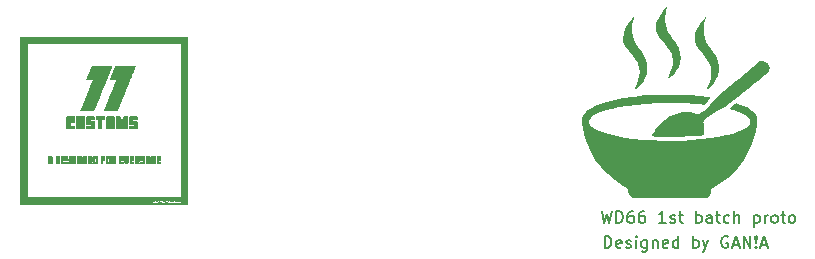
<source format=gbr>
%TF.GenerationSoftware,KiCad,Pcbnew,7.0.9*%
%TF.CreationDate,2023-11-09T15:49:42+02:00*%
%TF.ProjectId,keyboard,6b657962-6f61-4726-942e-6b696361645f,rev?*%
%TF.SameCoordinates,Original*%
%TF.FileFunction,Legend,Top*%
%TF.FilePolarity,Positive*%
%FSLAX46Y46*%
G04 Gerber Fmt 4.6, Leading zero omitted, Abs format (unit mm)*
G04 Created by KiCad (PCBNEW 7.0.9) date 2023-11-09 15:49:42*
%MOMM*%
%LPD*%
G01*
G04 APERTURE LIST*
%ADD10C,0.150000*%
%ADD11C,3.048000*%
%ADD12C,3.987800*%
%ADD13C,1.750000*%
%ADD14C,10.200000*%
G04 APERTURE END LIST*
D10*
X209860416Y-322717319D02*
X209860416Y-321717319D01*
X209860416Y-321717319D02*
X210098511Y-321717319D01*
X210098511Y-321717319D02*
X210241368Y-321764938D01*
X210241368Y-321764938D02*
X210336606Y-321860176D01*
X210336606Y-321860176D02*
X210384225Y-321955414D01*
X210384225Y-321955414D02*
X210431844Y-322145890D01*
X210431844Y-322145890D02*
X210431844Y-322288747D01*
X210431844Y-322288747D02*
X210384225Y-322479223D01*
X210384225Y-322479223D02*
X210336606Y-322574461D01*
X210336606Y-322574461D02*
X210241368Y-322669700D01*
X210241368Y-322669700D02*
X210098511Y-322717319D01*
X210098511Y-322717319D02*
X209860416Y-322717319D01*
X211241368Y-322669700D02*
X211146130Y-322717319D01*
X211146130Y-322717319D02*
X210955654Y-322717319D01*
X210955654Y-322717319D02*
X210860416Y-322669700D01*
X210860416Y-322669700D02*
X210812797Y-322574461D01*
X210812797Y-322574461D02*
X210812797Y-322193509D01*
X210812797Y-322193509D02*
X210860416Y-322098271D01*
X210860416Y-322098271D02*
X210955654Y-322050652D01*
X210955654Y-322050652D02*
X211146130Y-322050652D01*
X211146130Y-322050652D02*
X211241368Y-322098271D01*
X211241368Y-322098271D02*
X211288987Y-322193509D01*
X211288987Y-322193509D02*
X211288987Y-322288747D01*
X211288987Y-322288747D02*
X210812797Y-322383985D01*
X211669940Y-322669700D02*
X211765178Y-322717319D01*
X211765178Y-322717319D02*
X211955654Y-322717319D01*
X211955654Y-322717319D02*
X212050892Y-322669700D01*
X212050892Y-322669700D02*
X212098511Y-322574461D01*
X212098511Y-322574461D02*
X212098511Y-322526842D01*
X212098511Y-322526842D02*
X212050892Y-322431604D01*
X212050892Y-322431604D02*
X211955654Y-322383985D01*
X211955654Y-322383985D02*
X211812797Y-322383985D01*
X211812797Y-322383985D02*
X211717559Y-322336366D01*
X211717559Y-322336366D02*
X211669940Y-322241128D01*
X211669940Y-322241128D02*
X211669940Y-322193509D01*
X211669940Y-322193509D02*
X211717559Y-322098271D01*
X211717559Y-322098271D02*
X211812797Y-322050652D01*
X211812797Y-322050652D02*
X211955654Y-322050652D01*
X211955654Y-322050652D02*
X212050892Y-322098271D01*
X212527083Y-322717319D02*
X212527083Y-322050652D01*
X212527083Y-321717319D02*
X212479464Y-321764938D01*
X212479464Y-321764938D02*
X212527083Y-321812557D01*
X212527083Y-321812557D02*
X212574702Y-321764938D01*
X212574702Y-321764938D02*
X212527083Y-321717319D01*
X212527083Y-321717319D02*
X212527083Y-321812557D01*
X213431844Y-322050652D02*
X213431844Y-322860176D01*
X213431844Y-322860176D02*
X213384225Y-322955414D01*
X213384225Y-322955414D02*
X213336606Y-323003033D01*
X213336606Y-323003033D02*
X213241368Y-323050652D01*
X213241368Y-323050652D02*
X213098511Y-323050652D01*
X213098511Y-323050652D02*
X213003273Y-323003033D01*
X213431844Y-322669700D02*
X213336606Y-322717319D01*
X213336606Y-322717319D02*
X213146130Y-322717319D01*
X213146130Y-322717319D02*
X213050892Y-322669700D01*
X213050892Y-322669700D02*
X213003273Y-322622080D01*
X213003273Y-322622080D02*
X212955654Y-322526842D01*
X212955654Y-322526842D02*
X212955654Y-322241128D01*
X212955654Y-322241128D02*
X213003273Y-322145890D01*
X213003273Y-322145890D02*
X213050892Y-322098271D01*
X213050892Y-322098271D02*
X213146130Y-322050652D01*
X213146130Y-322050652D02*
X213336606Y-322050652D01*
X213336606Y-322050652D02*
X213431844Y-322098271D01*
X213908035Y-322050652D02*
X213908035Y-322717319D01*
X213908035Y-322145890D02*
X213955654Y-322098271D01*
X213955654Y-322098271D02*
X214050892Y-322050652D01*
X214050892Y-322050652D02*
X214193749Y-322050652D01*
X214193749Y-322050652D02*
X214288987Y-322098271D01*
X214288987Y-322098271D02*
X214336606Y-322193509D01*
X214336606Y-322193509D02*
X214336606Y-322717319D01*
X215193749Y-322669700D02*
X215098511Y-322717319D01*
X215098511Y-322717319D02*
X214908035Y-322717319D01*
X214908035Y-322717319D02*
X214812797Y-322669700D01*
X214812797Y-322669700D02*
X214765178Y-322574461D01*
X214765178Y-322574461D02*
X214765178Y-322193509D01*
X214765178Y-322193509D02*
X214812797Y-322098271D01*
X214812797Y-322098271D02*
X214908035Y-322050652D01*
X214908035Y-322050652D02*
X215098511Y-322050652D01*
X215098511Y-322050652D02*
X215193749Y-322098271D01*
X215193749Y-322098271D02*
X215241368Y-322193509D01*
X215241368Y-322193509D02*
X215241368Y-322288747D01*
X215241368Y-322288747D02*
X214765178Y-322383985D01*
X216098511Y-322717319D02*
X216098511Y-321717319D01*
X216098511Y-322669700D02*
X216003273Y-322717319D01*
X216003273Y-322717319D02*
X215812797Y-322717319D01*
X215812797Y-322717319D02*
X215717559Y-322669700D01*
X215717559Y-322669700D02*
X215669940Y-322622080D01*
X215669940Y-322622080D02*
X215622321Y-322526842D01*
X215622321Y-322526842D02*
X215622321Y-322241128D01*
X215622321Y-322241128D02*
X215669940Y-322145890D01*
X215669940Y-322145890D02*
X215717559Y-322098271D01*
X215717559Y-322098271D02*
X215812797Y-322050652D01*
X215812797Y-322050652D02*
X216003273Y-322050652D01*
X216003273Y-322050652D02*
X216098511Y-322098271D01*
X217336607Y-322717319D02*
X217336607Y-321717319D01*
X217336607Y-322098271D02*
X217431845Y-322050652D01*
X217431845Y-322050652D02*
X217622321Y-322050652D01*
X217622321Y-322050652D02*
X217717559Y-322098271D01*
X217717559Y-322098271D02*
X217765178Y-322145890D01*
X217765178Y-322145890D02*
X217812797Y-322241128D01*
X217812797Y-322241128D02*
X217812797Y-322526842D01*
X217812797Y-322526842D02*
X217765178Y-322622080D01*
X217765178Y-322622080D02*
X217717559Y-322669700D01*
X217717559Y-322669700D02*
X217622321Y-322717319D01*
X217622321Y-322717319D02*
X217431845Y-322717319D01*
X217431845Y-322717319D02*
X217336607Y-322669700D01*
X218146131Y-322050652D02*
X218384226Y-322717319D01*
X218622321Y-322050652D02*
X218384226Y-322717319D01*
X218384226Y-322717319D02*
X218288988Y-322955414D01*
X218288988Y-322955414D02*
X218241369Y-323003033D01*
X218241369Y-323003033D02*
X218146131Y-323050652D01*
X220288988Y-321764938D02*
X220193750Y-321717319D01*
X220193750Y-321717319D02*
X220050893Y-321717319D01*
X220050893Y-321717319D02*
X219908036Y-321764938D01*
X219908036Y-321764938D02*
X219812798Y-321860176D01*
X219812798Y-321860176D02*
X219765179Y-321955414D01*
X219765179Y-321955414D02*
X219717560Y-322145890D01*
X219717560Y-322145890D02*
X219717560Y-322288747D01*
X219717560Y-322288747D02*
X219765179Y-322479223D01*
X219765179Y-322479223D02*
X219812798Y-322574461D01*
X219812798Y-322574461D02*
X219908036Y-322669700D01*
X219908036Y-322669700D02*
X220050893Y-322717319D01*
X220050893Y-322717319D02*
X220146131Y-322717319D01*
X220146131Y-322717319D02*
X220288988Y-322669700D01*
X220288988Y-322669700D02*
X220336607Y-322622080D01*
X220336607Y-322622080D02*
X220336607Y-322288747D01*
X220336607Y-322288747D02*
X220146131Y-322288747D01*
X220717560Y-322431604D02*
X221193750Y-322431604D01*
X220622322Y-322717319D02*
X220955655Y-321717319D01*
X220955655Y-321717319D02*
X221288988Y-322717319D01*
X221622322Y-322717319D02*
X221622322Y-321717319D01*
X221622322Y-321717319D02*
X222193750Y-322717319D01*
X222193750Y-322717319D02*
X222193750Y-321717319D01*
X222669941Y-322622080D02*
X222717560Y-322669700D01*
X222717560Y-322669700D02*
X222669941Y-322717319D01*
X222669941Y-322717319D02*
X222622322Y-322669700D01*
X222622322Y-322669700D02*
X222669941Y-322622080D01*
X222669941Y-322622080D02*
X222669941Y-322717319D01*
X222669941Y-322336366D02*
X222622322Y-321764938D01*
X222622322Y-321764938D02*
X222669941Y-321717319D01*
X222669941Y-321717319D02*
X222717560Y-321764938D01*
X222717560Y-321764938D02*
X222669941Y-322336366D01*
X222669941Y-322336366D02*
X222669941Y-321717319D01*
X223098512Y-322431604D02*
X223574702Y-322431604D01*
X223003274Y-322717319D02*
X223336607Y-321717319D01*
X223336607Y-321717319D02*
X223669940Y-322717319D01*
X209590760Y-319590069D02*
X209828855Y-320590069D01*
X209828855Y-320590069D02*
X210019331Y-319875783D01*
X210019331Y-319875783D02*
X210209807Y-320590069D01*
X210209807Y-320590069D02*
X210447903Y-319590069D01*
X210828855Y-320590069D02*
X210828855Y-319590069D01*
X210828855Y-319590069D02*
X211066950Y-319590069D01*
X211066950Y-319590069D02*
X211209807Y-319637688D01*
X211209807Y-319637688D02*
X211305045Y-319732926D01*
X211305045Y-319732926D02*
X211352664Y-319828164D01*
X211352664Y-319828164D02*
X211400283Y-320018640D01*
X211400283Y-320018640D02*
X211400283Y-320161497D01*
X211400283Y-320161497D02*
X211352664Y-320351973D01*
X211352664Y-320351973D02*
X211305045Y-320447211D01*
X211305045Y-320447211D02*
X211209807Y-320542450D01*
X211209807Y-320542450D02*
X211066950Y-320590069D01*
X211066950Y-320590069D02*
X210828855Y-320590069D01*
X212257426Y-319590069D02*
X212066950Y-319590069D01*
X212066950Y-319590069D02*
X211971712Y-319637688D01*
X211971712Y-319637688D02*
X211924093Y-319685307D01*
X211924093Y-319685307D02*
X211828855Y-319828164D01*
X211828855Y-319828164D02*
X211781236Y-320018640D01*
X211781236Y-320018640D02*
X211781236Y-320399592D01*
X211781236Y-320399592D02*
X211828855Y-320494830D01*
X211828855Y-320494830D02*
X211876474Y-320542450D01*
X211876474Y-320542450D02*
X211971712Y-320590069D01*
X211971712Y-320590069D02*
X212162188Y-320590069D01*
X212162188Y-320590069D02*
X212257426Y-320542450D01*
X212257426Y-320542450D02*
X212305045Y-320494830D01*
X212305045Y-320494830D02*
X212352664Y-320399592D01*
X212352664Y-320399592D02*
X212352664Y-320161497D01*
X212352664Y-320161497D02*
X212305045Y-320066259D01*
X212305045Y-320066259D02*
X212257426Y-320018640D01*
X212257426Y-320018640D02*
X212162188Y-319971021D01*
X212162188Y-319971021D02*
X211971712Y-319971021D01*
X211971712Y-319971021D02*
X211876474Y-320018640D01*
X211876474Y-320018640D02*
X211828855Y-320066259D01*
X211828855Y-320066259D02*
X211781236Y-320161497D01*
X213209807Y-319590069D02*
X213019331Y-319590069D01*
X213019331Y-319590069D02*
X212924093Y-319637688D01*
X212924093Y-319637688D02*
X212876474Y-319685307D01*
X212876474Y-319685307D02*
X212781236Y-319828164D01*
X212781236Y-319828164D02*
X212733617Y-320018640D01*
X212733617Y-320018640D02*
X212733617Y-320399592D01*
X212733617Y-320399592D02*
X212781236Y-320494830D01*
X212781236Y-320494830D02*
X212828855Y-320542450D01*
X212828855Y-320542450D02*
X212924093Y-320590069D01*
X212924093Y-320590069D02*
X213114569Y-320590069D01*
X213114569Y-320590069D02*
X213209807Y-320542450D01*
X213209807Y-320542450D02*
X213257426Y-320494830D01*
X213257426Y-320494830D02*
X213305045Y-320399592D01*
X213305045Y-320399592D02*
X213305045Y-320161497D01*
X213305045Y-320161497D02*
X213257426Y-320066259D01*
X213257426Y-320066259D02*
X213209807Y-320018640D01*
X213209807Y-320018640D02*
X213114569Y-319971021D01*
X213114569Y-319971021D02*
X212924093Y-319971021D01*
X212924093Y-319971021D02*
X212828855Y-320018640D01*
X212828855Y-320018640D02*
X212781236Y-320066259D01*
X212781236Y-320066259D02*
X212733617Y-320161497D01*
X215019331Y-320590069D02*
X214447903Y-320590069D01*
X214733617Y-320590069D02*
X214733617Y-319590069D01*
X214733617Y-319590069D02*
X214638379Y-319732926D01*
X214638379Y-319732926D02*
X214543141Y-319828164D01*
X214543141Y-319828164D02*
X214447903Y-319875783D01*
X215400284Y-320542450D02*
X215495522Y-320590069D01*
X215495522Y-320590069D02*
X215685998Y-320590069D01*
X215685998Y-320590069D02*
X215781236Y-320542450D01*
X215781236Y-320542450D02*
X215828855Y-320447211D01*
X215828855Y-320447211D02*
X215828855Y-320399592D01*
X215828855Y-320399592D02*
X215781236Y-320304354D01*
X215781236Y-320304354D02*
X215685998Y-320256735D01*
X215685998Y-320256735D02*
X215543141Y-320256735D01*
X215543141Y-320256735D02*
X215447903Y-320209116D01*
X215447903Y-320209116D02*
X215400284Y-320113878D01*
X215400284Y-320113878D02*
X215400284Y-320066259D01*
X215400284Y-320066259D02*
X215447903Y-319971021D01*
X215447903Y-319971021D02*
X215543141Y-319923402D01*
X215543141Y-319923402D02*
X215685998Y-319923402D01*
X215685998Y-319923402D02*
X215781236Y-319971021D01*
X216114570Y-319923402D02*
X216495522Y-319923402D01*
X216257427Y-319590069D02*
X216257427Y-320447211D01*
X216257427Y-320447211D02*
X216305046Y-320542450D01*
X216305046Y-320542450D02*
X216400284Y-320590069D01*
X216400284Y-320590069D02*
X216495522Y-320590069D01*
X217590761Y-320590069D02*
X217590761Y-319590069D01*
X217590761Y-319971021D02*
X217685999Y-319923402D01*
X217685999Y-319923402D02*
X217876475Y-319923402D01*
X217876475Y-319923402D02*
X217971713Y-319971021D01*
X217971713Y-319971021D02*
X218019332Y-320018640D01*
X218019332Y-320018640D02*
X218066951Y-320113878D01*
X218066951Y-320113878D02*
X218066951Y-320399592D01*
X218066951Y-320399592D02*
X218019332Y-320494830D01*
X218019332Y-320494830D02*
X217971713Y-320542450D01*
X217971713Y-320542450D02*
X217876475Y-320590069D01*
X217876475Y-320590069D02*
X217685999Y-320590069D01*
X217685999Y-320590069D02*
X217590761Y-320542450D01*
X218924094Y-320590069D02*
X218924094Y-320066259D01*
X218924094Y-320066259D02*
X218876475Y-319971021D01*
X218876475Y-319971021D02*
X218781237Y-319923402D01*
X218781237Y-319923402D02*
X218590761Y-319923402D01*
X218590761Y-319923402D02*
X218495523Y-319971021D01*
X218924094Y-320542450D02*
X218828856Y-320590069D01*
X218828856Y-320590069D02*
X218590761Y-320590069D01*
X218590761Y-320590069D02*
X218495523Y-320542450D01*
X218495523Y-320542450D02*
X218447904Y-320447211D01*
X218447904Y-320447211D02*
X218447904Y-320351973D01*
X218447904Y-320351973D02*
X218495523Y-320256735D01*
X218495523Y-320256735D02*
X218590761Y-320209116D01*
X218590761Y-320209116D02*
X218828856Y-320209116D01*
X218828856Y-320209116D02*
X218924094Y-320161497D01*
X219257428Y-319923402D02*
X219638380Y-319923402D01*
X219400285Y-319590069D02*
X219400285Y-320447211D01*
X219400285Y-320447211D02*
X219447904Y-320542450D01*
X219447904Y-320542450D02*
X219543142Y-320590069D01*
X219543142Y-320590069D02*
X219638380Y-320590069D01*
X220400285Y-320542450D02*
X220305047Y-320590069D01*
X220305047Y-320590069D02*
X220114571Y-320590069D01*
X220114571Y-320590069D02*
X220019333Y-320542450D01*
X220019333Y-320542450D02*
X219971714Y-320494830D01*
X219971714Y-320494830D02*
X219924095Y-320399592D01*
X219924095Y-320399592D02*
X219924095Y-320113878D01*
X219924095Y-320113878D02*
X219971714Y-320018640D01*
X219971714Y-320018640D02*
X220019333Y-319971021D01*
X220019333Y-319971021D02*
X220114571Y-319923402D01*
X220114571Y-319923402D02*
X220305047Y-319923402D01*
X220305047Y-319923402D02*
X220400285Y-319971021D01*
X220828857Y-320590069D02*
X220828857Y-319590069D01*
X221257428Y-320590069D02*
X221257428Y-320066259D01*
X221257428Y-320066259D02*
X221209809Y-319971021D01*
X221209809Y-319971021D02*
X221114571Y-319923402D01*
X221114571Y-319923402D02*
X220971714Y-319923402D01*
X220971714Y-319923402D02*
X220876476Y-319971021D01*
X220876476Y-319971021D02*
X220828857Y-320018640D01*
X222495524Y-319923402D02*
X222495524Y-320923402D01*
X222495524Y-319971021D02*
X222590762Y-319923402D01*
X222590762Y-319923402D02*
X222781238Y-319923402D01*
X222781238Y-319923402D02*
X222876476Y-319971021D01*
X222876476Y-319971021D02*
X222924095Y-320018640D01*
X222924095Y-320018640D02*
X222971714Y-320113878D01*
X222971714Y-320113878D02*
X222971714Y-320399592D01*
X222971714Y-320399592D02*
X222924095Y-320494830D01*
X222924095Y-320494830D02*
X222876476Y-320542450D01*
X222876476Y-320542450D02*
X222781238Y-320590069D01*
X222781238Y-320590069D02*
X222590762Y-320590069D01*
X222590762Y-320590069D02*
X222495524Y-320542450D01*
X223400286Y-320590069D02*
X223400286Y-319923402D01*
X223400286Y-320113878D02*
X223447905Y-320018640D01*
X223447905Y-320018640D02*
X223495524Y-319971021D01*
X223495524Y-319971021D02*
X223590762Y-319923402D01*
X223590762Y-319923402D02*
X223686000Y-319923402D01*
X224162191Y-320590069D02*
X224066953Y-320542450D01*
X224066953Y-320542450D02*
X224019334Y-320494830D01*
X224019334Y-320494830D02*
X223971715Y-320399592D01*
X223971715Y-320399592D02*
X223971715Y-320113878D01*
X223971715Y-320113878D02*
X224019334Y-320018640D01*
X224019334Y-320018640D02*
X224066953Y-319971021D01*
X224066953Y-319971021D02*
X224162191Y-319923402D01*
X224162191Y-319923402D02*
X224305048Y-319923402D01*
X224305048Y-319923402D02*
X224400286Y-319971021D01*
X224400286Y-319971021D02*
X224447905Y-320018640D01*
X224447905Y-320018640D02*
X224495524Y-320113878D01*
X224495524Y-320113878D02*
X224495524Y-320399592D01*
X224495524Y-320399592D02*
X224447905Y-320494830D01*
X224447905Y-320494830D02*
X224400286Y-320542450D01*
X224400286Y-320542450D02*
X224305048Y-320590069D01*
X224305048Y-320590069D02*
X224162191Y-320590069D01*
X224781239Y-319923402D02*
X225162191Y-319923402D01*
X224924096Y-319590069D02*
X224924096Y-320447211D01*
X224924096Y-320447211D02*
X224971715Y-320542450D01*
X224971715Y-320542450D02*
X225066953Y-320590069D01*
X225066953Y-320590069D02*
X225162191Y-320590069D01*
X225638382Y-320590069D02*
X225543144Y-320542450D01*
X225543144Y-320542450D02*
X225495525Y-320494830D01*
X225495525Y-320494830D02*
X225447906Y-320399592D01*
X225447906Y-320399592D02*
X225447906Y-320113878D01*
X225447906Y-320113878D02*
X225495525Y-320018640D01*
X225495525Y-320018640D02*
X225543144Y-319971021D01*
X225543144Y-319971021D02*
X225638382Y-319923402D01*
X225638382Y-319923402D02*
X225781239Y-319923402D01*
X225781239Y-319923402D02*
X225876477Y-319971021D01*
X225876477Y-319971021D02*
X225924096Y-320018640D01*
X225924096Y-320018640D02*
X225971715Y-320113878D01*
X225971715Y-320113878D02*
X225971715Y-320399592D01*
X225971715Y-320399592D02*
X225924096Y-320494830D01*
X225924096Y-320494830D02*
X225876477Y-320542450D01*
X225876477Y-320542450D02*
X225781239Y-320590069D01*
X225781239Y-320590069D02*
X225638382Y-320590069D01*
%TO.C,G\u002A\u002A\u002A*%
G36*
X212328305Y-303196934D02*
G01*
X212318806Y-303238399D01*
X212240843Y-303567937D01*
X212189917Y-303829496D01*
X212162763Y-304047777D01*
X212156117Y-304247478D01*
X212163574Y-304413204D01*
X212214323Y-304775361D01*
X212317362Y-305100110D01*
X212484361Y-305415636D01*
X212706527Y-305724532D01*
X212997997Y-306117593D01*
X213214383Y-306473125D01*
X213362371Y-306806715D01*
X213448645Y-307133950D01*
X213479890Y-307470417D01*
X213480216Y-307528611D01*
X213430236Y-307951381D01*
X213289229Y-308352222D01*
X213063155Y-308719227D01*
X212757976Y-309040491D01*
X212698521Y-309089810D01*
X212573236Y-309186449D01*
X212475919Y-309254858D01*
X212439786Y-309275094D01*
X212435212Y-309242789D01*
X212466319Y-309142962D01*
X212526538Y-308995968D01*
X212538317Y-308969696D01*
X212703983Y-308550161D01*
X212800016Y-308164102D01*
X212823965Y-307799287D01*
X212773378Y-307443480D01*
X212645806Y-307084447D01*
X212438797Y-306709953D01*
X212149899Y-306307764D01*
X211958150Y-306073778D01*
X211748271Y-305817475D01*
X211599130Y-305608293D01*
X211501069Y-305425888D01*
X211444428Y-305249917D01*
X211419548Y-305060038D01*
X211415850Y-304931577D01*
X211461489Y-304559566D01*
X211599040Y-304168824D01*
X211825940Y-303764745D01*
X212139629Y-303352721D01*
X212197050Y-303287152D01*
X212286947Y-303189576D01*
X212326452Y-303161204D01*
X212328305Y-303196934D01*
G37*
G36*
X215150035Y-302323725D02*
G01*
X215145482Y-302336480D01*
X215030486Y-302747407D01*
X214982738Y-303217112D01*
X214985450Y-303487625D01*
X215021787Y-303837481D01*
X215103214Y-304146431D01*
X215240581Y-304440556D01*
X215444734Y-304745937D01*
X215579734Y-304916443D01*
X215897305Y-305356282D01*
X216119778Y-305792819D01*
X216249203Y-306231078D01*
X216287849Y-306651067D01*
X216250688Y-307016558D01*
X216136607Y-307366882D01*
X215938056Y-307724918D01*
X215928985Y-307738620D01*
X215817049Y-307886805D01*
X215683771Y-308033731D01*
X215544066Y-308166972D01*
X215412845Y-308274104D01*
X215305020Y-308342705D01*
X215235504Y-308360349D01*
X215217466Y-308331404D01*
X215237754Y-308276815D01*
X215289843Y-308164588D01*
X215335047Y-308073372D01*
X215510702Y-307639422D01*
X215602929Y-307203021D01*
X215610250Y-306778386D01*
X215531189Y-306379733D01*
X215515777Y-306334177D01*
X215374774Y-306025954D01*
X215157399Y-305675663D01*
X214869971Y-305292902D01*
X214685872Y-305073807D01*
X214492874Y-304842189D01*
X214360629Y-304652495D01*
X214278391Y-304480353D01*
X214235414Y-304301391D01*
X214220954Y-304091235D01*
X214220570Y-304018438D01*
X214240375Y-303748407D01*
X214303308Y-303493077D01*
X214418262Y-303228729D01*
X214594131Y-302931648D01*
X214671551Y-302815796D01*
X214783930Y-302661848D01*
X214899668Y-302520076D01*
X215006458Y-302402928D01*
X215091989Y-302322853D01*
X215143951Y-302292302D01*
X215150035Y-302323725D01*
G37*
G36*
X218415116Y-303195339D02*
G01*
X218410894Y-303214023D01*
X218294263Y-303680234D01*
X218242929Y-304141662D01*
X218256558Y-304580366D01*
X218334818Y-304978402D01*
X218449006Y-305265783D01*
X218520607Y-305382023D01*
X218630684Y-305536976D01*
X218743973Y-305682766D01*
X219055273Y-306100142D01*
X219292734Y-306495421D01*
X219450303Y-306858321D01*
X219467167Y-306910950D01*
X219547995Y-307338380D01*
X219534329Y-307764625D01*
X219428712Y-308178975D01*
X219233689Y-308570720D01*
X219000055Y-308877346D01*
X218869282Y-309009603D01*
X218734611Y-309125970D01*
X218613773Y-309213753D01*
X218524502Y-309260260D01*
X218484530Y-309252798D01*
X218483877Y-309246825D01*
X218503473Y-309182198D01*
X218553846Y-309061339D01*
X218598835Y-308963742D01*
X218735009Y-308652422D01*
X218820008Y-308383505D01*
X218861773Y-308121853D01*
X218868243Y-307832329D01*
X218866464Y-307779315D01*
X218852404Y-307549854D01*
X218824684Y-307375408D01*
X218772706Y-307213538D01*
X218685870Y-307021801D01*
X218668407Y-306986271D01*
X218551589Y-306781438D01*
X218387754Y-306536356D01*
X218197606Y-306280922D01*
X218076604Y-306131685D01*
X217913495Y-305933055D01*
X217767120Y-305746220D01*
X217652812Y-305591323D01*
X217585901Y-305488503D01*
X217583283Y-305483572D01*
X217487792Y-305195333D01*
X217474086Y-304867288D01*
X217540647Y-304510306D01*
X217685957Y-304135258D01*
X217801434Y-303920933D01*
X217895553Y-303774941D01*
X218007347Y-303620065D01*
X218124922Y-303470103D01*
X218236381Y-303338852D01*
X218329830Y-303240110D01*
X218393374Y-303187673D01*
X218415116Y-303195339D01*
G37*
G36*
X223432032Y-306928524D02*
G01*
X223538457Y-306968936D01*
X223638188Y-307059132D01*
X223654607Y-307077275D01*
X223796522Y-307287700D01*
X223841100Y-307492653D01*
X223788332Y-307692538D01*
X223638209Y-307887760D01*
X223636087Y-307889814D01*
X223546224Y-307970151D01*
X223396080Y-308097306D01*
X223201967Y-308257763D01*
X222980197Y-308438003D01*
X222807097Y-308576787D01*
X222572235Y-308764555D01*
X222282534Y-308997110D01*
X221958788Y-309257703D01*
X221621792Y-309529586D01*
X221292340Y-309796009D01*
X221125622Y-309931120D01*
X220767127Y-310218730D01*
X220470035Y-310449466D01*
X220223039Y-310631424D01*
X220014833Y-310772695D01*
X219834112Y-310881375D01*
X219702687Y-310949828D01*
X219407456Y-311103352D01*
X219106840Y-311278207D01*
X218822707Y-311460173D01*
X218576923Y-311635031D01*
X218391357Y-311788562D01*
X218349143Y-311829951D01*
X218253767Y-311937254D01*
X218217671Y-312015849D01*
X218228781Y-312103476D01*
X218245388Y-312154259D01*
X218264351Y-312257843D01*
X218275733Y-312419579D01*
X218279827Y-312612591D01*
X218276928Y-312810003D01*
X218267327Y-312984939D01*
X218251319Y-313110523D01*
X218234452Y-313157050D01*
X218167509Y-313177496D01*
X218015529Y-313198009D01*
X217790976Y-313218159D01*
X217506316Y-313237517D01*
X217174015Y-313255652D01*
X216806539Y-313272134D01*
X216416353Y-313286534D01*
X216015923Y-313298421D01*
X215617714Y-313307365D01*
X215234192Y-313312937D01*
X214877822Y-313314706D01*
X214561071Y-313312242D01*
X214296404Y-313305115D01*
X214157101Y-313297703D01*
X213969845Y-313275529D01*
X213868798Y-313241600D01*
X213852399Y-313217018D01*
X213882052Y-313119075D01*
X213961978Y-312967649D01*
X214078623Y-312782969D01*
X214218435Y-312585266D01*
X214367863Y-312394768D01*
X214510556Y-312234581D01*
X214950375Y-311840835D01*
X215415177Y-311539179D01*
X215902616Y-311330762D01*
X216410346Y-311216731D01*
X216631286Y-311197151D01*
X216874571Y-311189490D01*
X217055796Y-311197189D01*
X217209718Y-311224034D01*
X217371091Y-311273809D01*
X217386948Y-311279464D01*
X217552075Y-311338549D01*
X217686840Y-311386314D01*
X217752828Y-311409254D01*
X217821889Y-311391306D01*
X217949776Y-311320949D01*
X218120188Y-311207922D01*
X218256414Y-311108355D01*
X218543127Y-310871938D01*
X218797993Y-310614950D01*
X219055402Y-310302693D01*
X219056933Y-310300701D01*
X219147612Y-310184704D01*
X219236294Y-310077576D01*
X219330823Y-309972349D01*
X219439043Y-309862051D01*
X219568796Y-309739714D01*
X219727925Y-309598368D01*
X219924274Y-309431044D01*
X220165686Y-309230771D01*
X220460003Y-308990580D01*
X220815070Y-308703502D01*
X221230835Y-308368911D01*
X223034437Y-306919206D01*
X223273905Y-306919206D01*
X223432032Y-306928524D01*
G37*
G36*
X215819424Y-309745876D02*
G01*
X216374872Y-309754854D01*
X216896763Y-309770661D01*
X217366407Y-309793294D01*
X217765116Y-309822751D01*
X217897954Y-309836156D01*
X218170510Y-309867969D01*
X218411016Y-309899024D01*
X218601871Y-309926812D01*
X218725473Y-309948827D01*
X218762336Y-309959334D01*
X218772419Y-310006475D01*
X218719229Y-310106788D01*
X218599215Y-310266664D01*
X218575009Y-310296447D01*
X218443950Y-310450228D01*
X218350972Y-310538990D01*
X218277149Y-310576819D01*
X218203554Y-310577799D01*
X218198151Y-310576892D01*
X217975755Y-310547619D01*
X217670605Y-310521842D01*
X217297397Y-310499784D01*
X216870828Y-310481671D01*
X216405593Y-310467729D01*
X215916389Y-310458181D01*
X215417912Y-310453253D01*
X214924857Y-310453170D01*
X214451922Y-310458157D01*
X214013802Y-310468439D01*
X213625194Y-310484241D01*
X213340499Y-310502520D01*
X212526848Y-310579277D01*
X211775297Y-310674708D01*
X211090389Y-310787640D01*
X210476662Y-310916899D01*
X209938659Y-311061310D01*
X209480920Y-311219702D01*
X209107985Y-311390899D01*
X208824396Y-311573728D01*
X208682928Y-311706345D01*
X208562615Y-311898207D01*
X208539584Y-312088506D01*
X208613621Y-312276838D01*
X208784508Y-312462801D01*
X209052032Y-312645993D01*
X209238379Y-312744491D01*
X209703476Y-312937741D01*
X210252483Y-313107627D01*
X210874644Y-313254147D01*
X211559203Y-313377303D01*
X212295406Y-313477094D01*
X213072498Y-313553521D01*
X213879724Y-313606583D01*
X214706329Y-313636281D01*
X215541557Y-313642615D01*
X216374655Y-313625585D01*
X217194865Y-313585191D01*
X217991435Y-313521432D01*
X218753608Y-313434310D01*
X219470630Y-313323825D01*
X220131745Y-313189975D01*
X220726199Y-313032762D01*
X221243237Y-312852186D01*
X221487682Y-312744373D01*
X221805882Y-312564339D01*
X222027545Y-312379048D01*
X222153364Y-312190600D01*
X222184029Y-312001096D01*
X222120230Y-311812635D01*
X221962659Y-311627320D01*
X221712007Y-311447249D01*
X221368964Y-311274524D01*
X220952515Y-311117288D01*
X220767077Y-311058205D01*
X220613239Y-311013708D01*
X220517480Y-310991316D01*
X220504432Y-310990031D01*
X220427777Y-310970123D01*
X220434506Y-310909293D01*
X220525554Y-310805883D01*
X220682920Y-310673024D01*
X220833665Y-310556695D01*
X220934822Y-310491407D01*
X221013349Y-310467795D01*
X221096200Y-310476498D01*
X221181577Y-310499814D01*
X221401834Y-310577830D01*
X221655865Y-310689381D01*
X221915143Y-310819753D01*
X222151142Y-310954230D01*
X222335333Y-311078096D01*
X222390244Y-311123291D01*
X222555941Y-311293958D01*
X222667755Y-311468181D01*
X222731111Y-311666300D01*
X222751430Y-311908658D01*
X222734135Y-312215595D01*
X222718621Y-312355098D01*
X222574854Y-313138284D01*
X222339696Y-313896778D01*
X222017941Y-314621888D01*
X221614381Y-315304919D01*
X221133810Y-315937178D01*
X220581021Y-316509971D01*
X220287716Y-316764279D01*
X220056293Y-316944870D01*
X219798126Y-317132626D01*
X219536922Y-317311465D01*
X219296389Y-317465306D01*
X219100233Y-317578067D01*
X219053323Y-317601606D01*
X218936722Y-317667767D01*
X218885723Y-317742896D01*
X218873936Y-317868281D01*
X218873896Y-317882320D01*
X218836441Y-318085171D01*
X218737859Y-318274467D01*
X218598821Y-318414919D01*
X218543416Y-318446469D01*
X218466902Y-318458725D01*
X218294808Y-318469234D01*
X218026856Y-318478002D01*
X217662769Y-318485032D01*
X217202267Y-318490329D01*
X216645072Y-318493897D01*
X215990906Y-318495740D01*
X215349241Y-318495948D01*
X214712346Y-318495280D01*
X214165893Y-318494031D01*
X213702821Y-318492040D01*
X213316069Y-318489143D01*
X212998575Y-318485177D01*
X212743278Y-318479978D01*
X212543116Y-318473382D01*
X212391028Y-318465228D01*
X212279952Y-318455350D01*
X212202827Y-318443586D01*
X212152592Y-318429773D01*
X212134490Y-318421584D01*
X211986699Y-318291840D01*
X211886018Y-318106229D01*
X211853551Y-317924611D01*
X211843333Y-317822461D01*
X211802946Y-317735873D01*
X211717790Y-317649698D01*
X211573265Y-317548785D01*
X211378740Y-317431893D01*
X210707533Y-316987012D01*
X210096723Y-316471378D01*
X209551546Y-315892611D01*
X209077236Y-315258327D01*
X208679028Y-314576146D01*
X208362156Y-313853686D01*
X208131857Y-313098564D01*
X208024272Y-312550108D01*
X207976801Y-312196029D01*
X207957758Y-311918462D01*
X207970748Y-311699628D01*
X208019378Y-311521746D01*
X208107250Y-311367037D01*
X208237972Y-311217722D01*
X208307938Y-311151036D01*
X208609497Y-310924636D01*
X209003938Y-310712707D01*
X209487565Y-310516324D01*
X210056680Y-310336563D01*
X210707584Y-310174501D01*
X211436581Y-310031212D01*
X212239973Y-309907775D01*
X212828599Y-309835534D01*
X213192927Y-309803493D01*
X213635831Y-309778294D01*
X214138621Y-309759935D01*
X214682609Y-309748414D01*
X215249106Y-309743728D01*
X215819424Y-309745876D01*
G37*
G36*
X163553643Y-315146487D02*
G01*
X163361331Y-315146487D01*
X163361331Y-314939382D01*
X163553643Y-314939382D01*
X163553643Y-315146487D01*
G37*
G36*
X163775542Y-315146487D02*
G01*
X163583230Y-315146487D01*
X163583230Y-314939382D01*
X163775542Y-314939382D01*
X163775542Y-315146487D01*
G37*
G36*
X164448635Y-315146487D02*
G01*
X164256322Y-315146487D01*
X164256322Y-314939382D01*
X164448635Y-314939382D01*
X164448635Y-315146487D01*
G37*
G36*
X164633550Y-312232218D02*
G01*
X164271116Y-312232218D01*
X164271116Y-312165648D01*
X164633550Y-312165648D01*
X164633550Y-312232218D01*
G37*
G36*
X164633550Y-312306184D02*
G01*
X164271116Y-312306184D01*
X164271116Y-312247011D01*
X164633550Y-312247011D01*
X164633550Y-312306184D01*
G37*
G36*
X164633550Y-312380150D02*
G01*
X164271116Y-312380150D01*
X164271116Y-312328374D01*
X164633550Y-312328374D01*
X164633550Y-312380150D01*
G37*
G36*
X164670533Y-315146487D02*
G01*
X164478221Y-315146487D01*
X164478221Y-314939382D01*
X164670533Y-314939382D01*
X164670533Y-315146487D01*
G37*
G36*
X165047761Y-312461513D02*
G01*
X164271116Y-312461513D01*
X164271116Y-312409737D01*
X165047761Y-312409737D01*
X165047761Y-312461513D01*
G37*
G36*
X165047761Y-312535479D02*
G01*
X164271116Y-312535479D01*
X164271116Y-312491100D01*
X165047761Y-312491100D01*
X165047761Y-312535479D01*
G37*
G36*
X165047761Y-312609446D02*
G01*
X164271116Y-312609446D01*
X164271116Y-312572463D01*
X165047761Y-312572463D01*
X165047761Y-312609446D01*
G37*
G36*
X165484162Y-312158252D02*
G01*
X165121727Y-312158252D01*
X165121727Y-311529539D01*
X165484162Y-311529539D01*
X165484162Y-312158252D01*
G37*
G36*
X165484162Y-312306184D02*
G01*
X165118029Y-312306184D01*
X165118029Y-312247011D01*
X165484162Y-312247011D01*
X165484162Y-312306184D01*
G37*
G36*
X165898373Y-312232218D02*
G01*
X165528541Y-312232218D01*
X165528541Y-312165648D01*
X165898373Y-312165648D01*
X165898373Y-312232218D01*
G37*
G36*
X165898373Y-312306184D02*
G01*
X165528541Y-312306184D01*
X165528541Y-312247011D01*
X165898373Y-312247011D01*
X165898373Y-312306184D01*
G37*
G36*
X165898373Y-312380150D02*
G01*
X165528541Y-312380150D01*
X165528541Y-312328374D01*
X165898373Y-312328374D01*
X165898373Y-312380150D01*
G37*
G36*
X165898373Y-312461513D02*
G01*
X165121727Y-312461513D01*
X165121727Y-312409737D01*
X165898373Y-312409737D01*
X165898373Y-312461513D01*
G37*
G36*
X165898373Y-312609446D02*
G01*
X165118029Y-312609446D01*
X165118029Y-312572463D01*
X165898373Y-312572463D01*
X165898373Y-312609446D01*
G37*
G36*
X166712001Y-312232218D02*
G01*
X165964942Y-312232218D01*
X165964942Y-312165648D01*
X166712001Y-312165648D01*
X166712001Y-312232218D01*
G37*
G36*
X166712001Y-312461513D02*
G01*
X165964942Y-312461513D01*
X165964942Y-312409737D01*
X166712001Y-312409737D01*
X166712001Y-312461513D01*
G37*
G36*
X166712001Y-312535479D02*
G01*
X165964942Y-312535479D01*
X165964942Y-312491100D01*
X166712001Y-312491100D01*
X166712001Y-312535479D01*
G37*
G36*
X166712001Y-312609446D02*
G01*
X165964942Y-312609446D01*
X165964942Y-312572463D01*
X166712001Y-312572463D01*
X166712001Y-312609446D01*
G37*
G36*
X167333317Y-312232218D02*
G01*
X166970883Y-312232218D01*
X166970883Y-312165648D01*
X167333317Y-312165648D01*
X167333317Y-312232218D01*
G37*
G36*
X167333317Y-312306184D02*
G01*
X166970883Y-312306184D01*
X166970883Y-312247011D01*
X167333317Y-312247011D01*
X167333317Y-312306184D01*
G37*
G36*
X167333317Y-312380150D02*
G01*
X166970883Y-312380150D01*
X166970883Y-312328374D01*
X167333317Y-312328374D01*
X167333317Y-312380150D01*
G37*
G36*
X167333317Y-312461513D02*
G01*
X166970883Y-312461513D01*
X166970883Y-312409737D01*
X167333317Y-312409737D01*
X167333317Y-312461513D01*
G37*
G36*
X167333317Y-312535479D02*
G01*
X166970883Y-312535479D01*
X166970883Y-312491100D01*
X167333317Y-312491100D01*
X167333317Y-312535479D01*
G37*
G36*
X167333317Y-312609446D02*
G01*
X166970883Y-312609446D01*
X166970883Y-312572463D01*
X167333317Y-312572463D01*
X167333317Y-312609446D01*
G37*
G36*
X167592199Y-315146487D02*
G01*
X167200178Y-315146487D01*
X167200178Y-314939382D01*
X167592199Y-314939382D01*
X167592199Y-315146487D01*
G37*
G36*
X167969427Y-312306184D02*
G01*
X167603294Y-312306184D01*
X167603294Y-312247011D01*
X167969427Y-312247011D01*
X167969427Y-312306184D01*
G37*
G36*
X168383638Y-312232218D02*
G01*
X168013806Y-312232218D01*
X168013806Y-312165648D01*
X168383638Y-312165648D01*
X168383638Y-312232218D01*
G37*
G36*
X168383638Y-312306184D02*
G01*
X168013806Y-312306184D01*
X168013806Y-312247011D01*
X168383638Y-312247011D01*
X168383638Y-312306184D01*
G37*
G36*
X168383638Y-312380150D02*
G01*
X168013806Y-312380150D01*
X168013806Y-312328374D01*
X168383638Y-312328374D01*
X168383638Y-312380150D01*
G37*
G36*
X168383638Y-312461513D02*
G01*
X167606992Y-312461513D01*
X167606992Y-312409737D01*
X168383638Y-312409737D01*
X168383638Y-312461513D01*
G37*
G36*
X168383638Y-312609446D02*
G01*
X167603294Y-312609446D01*
X167603294Y-312572463D01*
X168383638Y-312572463D01*
X168383638Y-312609446D01*
G37*
G36*
X168812642Y-312609446D02*
G01*
X168450207Y-312609446D01*
X168450207Y-312572463D01*
X168812642Y-312572463D01*
X168812642Y-312609446D01*
G37*
G36*
X169145490Y-315146487D02*
G01*
X168753469Y-315146487D01*
X168753469Y-314939382D01*
X169145490Y-314939382D01*
X169145490Y-315146487D01*
G37*
G36*
X169382181Y-315146487D02*
G01*
X169189869Y-315146487D01*
X169189869Y-314939382D01*
X169382181Y-314939382D01*
X169382181Y-315146487D01*
G37*
G36*
X169522717Y-312232218D02*
G01*
X168450207Y-312232218D01*
X168450207Y-312165648D01*
X169522717Y-312165648D01*
X169522717Y-312232218D01*
G37*
G36*
X169522717Y-312306184D02*
G01*
X168450207Y-312306184D01*
X168450207Y-312247011D01*
X169522717Y-312247011D01*
X169522717Y-312306184D01*
G37*
G36*
X169522717Y-312380150D02*
G01*
X168450207Y-312380150D01*
X168450207Y-312328374D01*
X169522717Y-312328374D01*
X169522717Y-312380150D01*
G37*
G36*
X169522717Y-312461513D02*
G01*
X168450207Y-312461513D01*
X168450207Y-312409737D01*
X169522717Y-312409737D01*
X169522717Y-312461513D01*
G37*
G36*
X169522717Y-312609446D02*
G01*
X169160283Y-312609446D01*
X169160283Y-312572463D01*
X169522717Y-312572463D01*
X169522717Y-312609446D01*
G37*
G36*
X169604080Y-315146487D02*
G01*
X169411768Y-315146487D01*
X169411768Y-314939382D01*
X169604080Y-314939382D01*
X169604080Y-315146487D01*
G37*
G36*
X170040481Y-315146487D02*
G01*
X169648460Y-315146487D01*
X169648460Y-314939382D01*
X170040481Y-314939382D01*
X170040481Y-315146487D01*
G37*
G36*
X170343742Y-312535479D02*
G01*
X169596684Y-312535479D01*
X169596684Y-312491100D01*
X170343742Y-312491100D01*
X170343742Y-312535479D01*
G37*
G36*
X170343742Y-312609446D02*
G01*
X169596684Y-312609446D01*
X169596684Y-312572463D01*
X170343742Y-312572463D01*
X170343742Y-312609446D01*
G37*
G36*
X170735763Y-315146487D02*
G01*
X170543451Y-315146487D01*
X170543451Y-314939382D01*
X170735763Y-314939382D01*
X170735763Y-315146487D01*
G37*
G36*
X170957662Y-315146487D02*
G01*
X170765350Y-315146487D01*
X170765350Y-314939382D01*
X170957662Y-314939382D01*
X170957662Y-315146487D01*
G37*
G36*
X172311244Y-315146487D02*
G01*
X171919223Y-315146487D01*
X171919223Y-314939382D01*
X172311244Y-314939382D01*
X172311244Y-315146487D01*
G37*
G36*
X164211943Y-314939382D02*
G01*
X164211943Y-315146487D01*
X163820702Y-315146487D01*
X163818462Y-315042922D01*
X163816223Y-314939358D01*
X164211943Y-314939382D01*
G37*
G36*
X165484162Y-312232218D02*
G01*
X165123217Y-312232218D01*
X165120570Y-312198933D01*
X165117922Y-312165648D01*
X165484162Y-312165648D01*
X165484162Y-312232218D01*
G37*
G36*
X165484162Y-312380150D02*
G01*
X165117301Y-312380150D01*
X165120323Y-312354262D01*
X165123346Y-312328374D01*
X165484162Y-312328374D01*
X165484162Y-312380150D01*
G37*
G36*
X165898373Y-312535479D02*
G01*
X165123406Y-312535479D01*
X165120149Y-312513290D01*
X165116893Y-312491100D01*
X165898373Y-312491100D01*
X165898373Y-312535479D01*
G37*
G36*
X166712001Y-312306184D02*
G01*
X166019721Y-312306184D01*
X165990830Y-312276598D01*
X165961940Y-312247011D01*
X166712001Y-312247011D01*
X166712001Y-312306184D01*
G37*
G36*
X167969427Y-312232218D02*
G01*
X167608482Y-312232218D01*
X167605835Y-312198933D01*
X167603187Y-312165648D01*
X167969427Y-312165648D01*
X167969427Y-312232218D01*
G37*
G36*
X167969427Y-312380150D02*
G01*
X167602566Y-312380150D01*
X167605588Y-312354262D01*
X167608611Y-312328374D01*
X167969427Y-312328374D01*
X167969427Y-312380150D01*
G37*
G36*
X168383638Y-312535479D02*
G01*
X167608671Y-312535479D01*
X167605414Y-312513290D01*
X167602158Y-312491100D01*
X168383638Y-312491100D01*
X168383638Y-312535479D01*
G37*
G36*
X170340044Y-312457815D02*
G01*
X169968364Y-312459732D01*
X169596684Y-312461650D01*
X169596684Y-312409737D01*
X170344680Y-312409737D01*
X170340044Y-312457815D01*
G37*
G36*
X170343742Y-312306184D02*
G01*
X169651462Y-312306184D01*
X169622572Y-312276598D01*
X169593681Y-312247011D01*
X170343742Y-312247011D01*
X170343742Y-312306184D01*
G37*
G36*
X170342318Y-312197084D02*
G01*
X170340044Y-312228520D01*
X169968364Y-312230437D01*
X169596684Y-312232355D01*
X169596684Y-312165648D01*
X170344593Y-312165648D01*
X170342318Y-312197084D01*
G37*
G36*
X172353525Y-318757888D02*
G01*
X172354763Y-318781780D01*
X172353525Y-318798569D01*
X172351912Y-318803158D01*
X172350797Y-318794757D01*
X172350443Y-318778228D01*
X172350902Y-318759968D01*
X172352096Y-318753124D01*
X172353525Y-318757888D01*
G37*
G36*
X171653887Y-315007800D02*
G01*
X171678833Y-315076219D01*
X171680959Y-315007800D01*
X171683086Y-314939382D01*
X171882240Y-314939382D01*
X171882240Y-315146487D01*
X171460632Y-315146487D01*
X171460632Y-314939382D01*
X171628941Y-314939382D01*
X171653887Y-315007800D01*
G37*
G36*
X165105483Y-314963773D02*
G01*
X165115923Y-314974993D01*
X165122723Y-314985097D01*
X165126663Y-314997504D01*
X165128524Y-315015631D01*
X165129086Y-315042896D01*
X165129124Y-315067325D01*
X165129124Y-315146487D01*
X164714913Y-315146487D01*
X164714913Y-314939382D01*
X165081842Y-314939382D01*
X165105483Y-314963773D01*
G37*
G36*
X166481255Y-314963773D02*
G01*
X166491695Y-314974993D01*
X166498495Y-314985097D01*
X166502435Y-314997504D01*
X166504296Y-315015631D01*
X166504857Y-315042896D01*
X166504896Y-315067325D01*
X166504896Y-315146487D01*
X166090685Y-315146487D01*
X166090685Y-314939382D01*
X166457614Y-314939382D01*
X166481255Y-314963773D01*
G37*
G36*
X166939845Y-314963773D02*
G01*
X166950285Y-314974993D01*
X166957085Y-314985097D01*
X166961025Y-314997504D01*
X166962886Y-315015631D01*
X166963448Y-315042896D01*
X166963486Y-315067325D01*
X166963486Y-315146487D01*
X166549275Y-315146487D01*
X166549275Y-314939382D01*
X166916204Y-314939382D01*
X166939845Y-314963773D01*
G37*
G36*
X167533026Y-311906337D02*
G01*
X167337016Y-311910465D01*
X167334988Y-312034358D01*
X167332960Y-312158252D01*
X166971240Y-312158252D01*
X166969212Y-312034358D01*
X166967184Y-311910465D01*
X166872877Y-311908395D01*
X166778571Y-311906325D01*
X166778571Y-311529539D01*
X167533026Y-311529539D01*
X167533026Y-311906337D01*
G37*
G36*
X168485739Y-314963773D02*
G01*
X168496179Y-314974993D01*
X168502979Y-314985097D01*
X168506919Y-314997504D01*
X168508780Y-315015631D01*
X168509342Y-315042896D01*
X168509380Y-315067325D01*
X168509380Y-315146487D01*
X168095169Y-315146487D01*
X168095169Y-314939382D01*
X168462098Y-314939382D01*
X168485739Y-314963773D01*
G37*
G36*
X170475431Y-314963773D02*
G01*
X170485870Y-314974993D01*
X170492670Y-314985097D01*
X170496611Y-314997504D01*
X170498471Y-315015631D01*
X170499033Y-315042896D01*
X170499071Y-315067325D01*
X170499071Y-315146487D01*
X170084861Y-315146487D01*
X170084861Y-314939382D01*
X170451790Y-314939382D01*
X170475431Y-314963773D01*
G37*
G36*
X163093602Y-314963773D02*
G01*
X163104042Y-314974993D01*
X163110842Y-314985097D01*
X163114782Y-314997504D01*
X163116643Y-315015631D01*
X163117204Y-315042896D01*
X163117243Y-315067325D01*
X163117243Y-315146487D01*
X162703032Y-315146487D01*
X162703032Y-314986663D01*
X162727423Y-314963022D01*
X162751814Y-314939382D01*
X163069961Y-314939382D01*
X163093602Y-314963773D01*
G37*
G36*
X165001846Y-311576068D02*
G01*
X165047962Y-311622597D01*
X165046012Y-311873782D01*
X165044063Y-312124967D01*
X164681628Y-312124967D01*
X164679814Y-311910465D01*
X164637248Y-311910465D01*
X164635220Y-312034358D01*
X164633192Y-312158252D01*
X164271116Y-312158252D01*
X164271116Y-311615029D01*
X164355714Y-311529539D01*
X164955731Y-311529539D01*
X165001846Y-311576068D01*
G37*
G36*
X165564074Y-314963773D02*
G01*
X165574513Y-314974993D01*
X165581313Y-314985097D01*
X165585254Y-314997504D01*
X165587114Y-315015631D01*
X165587676Y-315042896D01*
X165587714Y-315067325D01*
X165587714Y-315146487D01*
X165173504Y-315146487D01*
X165173504Y-314986663D01*
X165197895Y-314963022D01*
X165222286Y-314939382D01*
X165540433Y-314939382D01*
X165564074Y-314963773D01*
G37*
G36*
X166022664Y-314963773D02*
G01*
X166033104Y-314974993D01*
X166039904Y-314985097D01*
X166043844Y-314997504D01*
X166045705Y-315015631D01*
X166046267Y-315042896D01*
X166046305Y-315067325D01*
X166046305Y-315146487D01*
X165632094Y-315146487D01*
X165632094Y-314986663D01*
X165656485Y-314963022D01*
X165680876Y-314939382D01*
X165999023Y-314939382D01*
X166022664Y-314963773D01*
G37*
G36*
X168027149Y-314963773D02*
G01*
X168037589Y-314974993D01*
X168044389Y-314985097D01*
X168048329Y-314997504D01*
X168050190Y-315015631D01*
X168050751Y-315042896D01*
X168050790Y-315067325D01*
X168050790Y-315146487D01*
X167636579Y-315146487D01*
X167636579Y-314986663D01*
X167660970Y-314963022D01*
X167685361Y-314939382D01*
X168003508Y-314939382D01*
X168027149Y-314963773D01*
G37*
G36*
X171392612Y-314963773D02*
G01*
X171403052Y-314974993D01*
X171409852Y-314985097D01*
X171413792Y-314997504D01*
X171415653Y-315015631D01*
X171416214Y-315042896D01*
X171416253Y-315067325D01*
X171416253Y-315146487D01*
X171002042Y-315146487D01*
X171002042Y-314986663D01*
X171026433Y-314963022D01*
X171050824Y-314939382D01*
X171368971Y-314939382D01*
X171392612Y-314963773D01*
G37*
G36*
X170343742Y-311622395D02*
G01*
X170343742Y-311906517D01*
X169962816Y-311910465D01*
X169962816Y-311954845D01*
X170251222Y-311958875D01*
X170297745Y-312004938D01*
X170344269Y-312051001D01*
X170342156Y-312102777D01*
X170340044Y-312154553D01*
X169968364Y-312156471D01*
X169596684Y-312158388D01*
X169596684Y-311615029D01*
X169681282Y-311529539D01*
X170251712Y-311529539D01*
X170343742Y-311622395D01*
G37*
G36*
X166712001Y-311622395D02*
G01*
X166712001Y-311906767D01*
X166326439Y-311906767D01*
X166331075Y-311954845D01*
X166475278Y-311956860D01*
X166619480Y-311958875D01*
X166666004Y-312004938D01*
X166712527Y-312051001D01*
X166708303Y-312154553D01*
X166336804Y-312156471D01*
X165965305Y-312158388D01*
X165963274Y-311890192D01*
X165961244Y-311621997D01*
X166048650Y-311529539D01*
X166619971Y-311529539D01*
X166712001Y-311622395D01*
G37*
G36*
X167337725Y-315173797D02*
G01*
X167386326Y-315174156D01*
X167416529Y-315174480D01*
X167592199Y-315176586D01*
X167592199Y-315375353D01*
X167494194Y-315377417D01*
X167396188Y-315379481D01*
X167394152Y-315495977D01*
X167392115Y-315612474D01*
X167200178Y-315612474D01*
X167200178Y-315177056D01*
X167220519Y-315174716D01*
X167233526Y-315174139D01*
X167258968Y-315173791D01*
X167294487Y-315173677D01*
X167337725Y-315173797D01*
G37*
G36*
X168337622Y-311575967D02*
G01*
X168383638Y-311622395D01*
X168383638Y-312158510D01*
X168200571Y-312156532D01*
X168017505Y-312154553D01*
X168015475Y-312030186D01*
X168013444Y-311905819D01*
X167993285Y-311908142D01*
X167973125Y-311910465D01*
X167971097Y-312034358D01*
X167969069Y-312158252D01*
X167607354Y-312158252D01*
X167605324Y-311890124D01*
X167603294Y-311621997D01*
X167690700Y-311529539D01*
X168291607Y-311529539D01*
X168337622Y-311575967D01*
G37*
G36*
X166712001Y-312380150D02*
G01*
X166342170Y-312380150D01*
X166342170Y-312343167D01*
X166198372Y-312343167D01*
X166146810Y-312342792D01*
X166104791Y-312341712D01*
X166073725Y-312339997D01*
X166055022Y-312337719D01*
X166050003Y-312335771D01*
X166056050Y-312333772D01*
X166076782Y-312332084D01*
X166112092Y-312330709D01*
X166161875Y-312329648D01*
X166226025Y-312328905D01*
X166304437Y-312328481D01*
X166378716Y-312328374D01*
X166712001Y-312328374D01*
X166712001Y-312380150D01*
G37*
G36*
X170343742Y-312380150D02*
G01*
X169973911Y-312380150D01*
X169973911Y-312343167D01*
X169830114Y-312343167D01*
X169778551Y-312342792D01*
X169736532Y-312341712D01*
X169705467Y-312339997D01*
X169686764Y-312337719D01*
X169681745Y-312335771D01*
X169687792Y-312333772D01*
X169708523Y-312332084D01*
X169743833Y-312330709D01*
X169793616Y-312329648D01*
X169857766Y-312328905D01*
X169936178Y-312328481D01*
X170010458Y-312328374D01*
X170343742Y-312328374D01*
X170343742Y-312380150D01*
G37*
G36*
X165898373Y-312158252D02*
G01*
X165718388Y-312158252D01*
X165668212Y-312158057D01*
X165623018Y-312157510D01*
X165584886Y-312156666D01*
X165555897Y-312155582D01*
X165538134Y-312154311D01*
X165533473Y-312153321D01*
X165532418Y-312145100D01*
X165531441Y-312123650D01*
X165530566Y-312090534D01*
X165529816Y-312047317D01*
X165529218Y-311995561D01*
X165528794Y-311936831D01*
X165528571Y-311872690D01*
X165528541Y-311838964D01*
X165528541Y-311529539D01*
X165898373Y-311529539D01*
X165898373Y-312158252D01*
G37*
G36*
X171668433Y-318686200D02*
G01*
X171675269Y-318692786D01*
X171689397Y-318707846D01*
X171708356Y-318728730D01*
X171719092Y-318740769D01*
X171764707Y-318792221D01*
X171742478Y-318803716D01*
X171725448Y-318812116D01*
X171714814Y-318813562D01*
X171704432Y-318806981D01*
X171691827Y-318794871D01*
X171674377Y-318777125D01*
X171653491Y-318754969D01*
X171643364Y-318743903D01*
X171615701Y-318713276D01*
X171639545Y-318698179D01*
X171656093Y-318689195D01*
X171667159Y-318685887D01*
X171668433Y-318686200D01*
G37*
G36*
X169145490Y-315375353D02*
G01*
X169047576Y-315377417D01*
X169007459Y-315378463D01*
X168979793Y-315379847D01*
X168962234Y-315381921D01*
X168952439Y-315385034D01*
X168948066Y-315389536D01*
X168947179Y-315392425D01*
X168947340Y-315397628D01*
X168951643Y-315401221D01*
X168962304Y-315403499D01*
X168981540Y-315404754D01*
X169011567Y-315405278D01*
X169045093Y-315405369D01*
X169145490Y-315405369D01*
X169145490Y-315612474D01*
X168753469Y-315612474D01*
X168753469Y-315176073D01*
X169145490Y-315176073D01*
X169145490Y-315375353D01*
G37*
G36*
X170040481Y-315375353D02*
G01*
X169942567Y-315377417D01*
X169902450Y-315378463D01*
X169874784Y-315379847D01*
X169857225Y-315381921D01*
X169847430Y-315385034D01*
X169843057Y-315389536D01*
X169842170Y-315392425D01*
X169842331Y-315397628D01*
X169846634Y-315401221D01*
X169857296Y-315403499D01*
X169876532Y-315404754D01*
X169906558Y-315405278D01*
X169940084Y-315405369D01*
X170040481Y-315405369D01*
X170040481Y-315612474D01*
X169648460Y-315612474D01*
X169648460Y-315176073D01*
X170040481Y-315176073D01*
X170040481Y-315375353D01*
G37*
G36*
X171598470Y-315173753D02*
G01*
X171648033Y-315174051D01*
X171691777Y-315174464D01*
X171882240Y-315176553D01*
X171882240Y-315612474D01*
X171705944Y-315612474D01*
X171694181Y-315581039D01*
X171684713Y-315555226D01*
X171673724Y-315524555D01*
X171668221Y-315508921D01*
X171654025Y-315468240D01*
X171653485Y-315540357D01*
X171652944Y-315612474D01*
X171460632Y-315612474D01*
X171460632Y-315177056D01*
X171480973Y-315174716D01*
X171493757Y-315174157D01*
X171519093Y-315173809D01*
X171554744Y-315173673D01*
X171598470Y-315173753D01*
G37*
G36*
X172311244Y-315375353D02*
G01*
X172213330Y-315377417D01*
X172173213Y-315378463D01*
X172145547Y-315379847D01*
X172127988Y-315381921D01*
X172118193Y-315385034D01*
X172113820Y-315389536D01*
X172112933Y-315392425D01*
X172113094Y-315397628D01*
X172117397Y-315401221D01*
X172128059Y-315403499D01*
X172147295Y-315404754D01*
X172177321Y-315405278D01*
X172210847Y-315405369D01*
X172311244Y-315405369D01*
X172311244Y-315612474D01*
X171919223Y-315612474D01*
X171919223Y-315176073D01*
X172311244Y-315176073D01*
X172311244Y-315375353D01*
G37*
G36*
X169522717Y-312158252D02*
G01*
X168450207Y-312158252D01*
X168450207Y-311529539D01*
X168841013Y-311529539D01*
X168859684Y-311586863D01*
X168867457Y-311610846D01*
X168878793Y-311645979D01*
X168892745Y-311689322D01*
X168908368Y-311737935D01*
X168924715Y-311788878D01*
X168931681Y-311810610D01*
X168985008Y-311977034D01*
X169009344Y-311903068D01*
X169019390Y-311872315D01*
X169032731Y-311831152D01*
X169048178Y-311783265D01*
X169064541Y-311732342D01*
X169080632Y-311682069D01*
X169080920Y-311681170D01*
X169128158Y-311533237D01*
X169325438Y-311531267D01*
X169522717Y-311529297D01*
X169522717Y-312158252D01*
G37*
G36*
X165365816Y-315290721D02*
G01*
X165365907Y-315334174D01*
X165366367Y-315364996D01*
X165367475Y-315385350D01*
X165369510Y-315397397D01*
X165372751Y-315403302D01*
X165377477Y-315405224D01*
X165380609Y-315405369D01*
X165386216Y-315404660D01*
X165390193Y-315401093D01*
X165392819Y-315392506D01*
X165394374Y-315376735D01*
X165395135Y-315351618D01*
X165395384Y-315314994D01*
X165395402Y-315290721D01*
X165395402Y-315176073D01*
X165587714Y-315176073D01*
X165587714Y-315565192D01*
X165538932Y-315612474D01*
X165220785Y-315612474D01*
X165197144Y-315588083D01*
X165173504Y-315563692D01*
X165173504Y-315176073D01*
X165365816Y-315176073D01*
X165365816Y-315290721D01*
G37*
G36*
X167828891Y-315290721D02*
G01*
X167828982Y-315334174D01*
X167829443Y-315364996D01*
X167830551Y-315385350D01*
X167832586Y-315397397D01*
X167835826Y-315403302D01*
X167840552Y-315405224D01*
X167843684Y-315405369D01*
X167849291Y-315404660D01*
X167853268Y-315401093D01*
X167855894Y-315392506D01*
X167857449Y-315376735D01*
X167858211Y-315351618D01*
X167858459Y-315314994D01*
X167858477Y-315290721D01*
X167858477Y-315176073D01*
X168050790Y-315176073D01*
X168050790Y-315565192D01*
X168026398Y-315588833D01*
X168002007Y-315612474D01*
X167683860Y-315612474D01*
X167660220Y-315588083D01*
X167636579Y-315563692D01*
X167636579Y-315176073D01*
X167828891Y-315176073D01*
X167828891Y-315290721D01*
G37*
G36*
X169025966Y-312735383D02*
G01*
X169052073Y-312736158D01*
X169067759Y-312737803D01*
X169075209Y-312740605D01*
X169076608Y-312744851D01*
X169076013Y-312746888D01*
X169072097Y-312758679D01*
X169071523Y-312761681D01*
X169064603Y-312762876D01*
X169045749Y-312763856D01*
X169017819Y-312764522D01*
X168983672Y-312764775D01*
X168982764Y-312764775D01*
X168945296Y-312764630D01*
X168920169Y-312763922D01*
X168904932Y-312762243D01*
X168897133Y-312759184D01*
X168894320Y-312754337D01*
X168894004Y-312749981D01*
X168894841Y-312743864D01*
X168898945Y-312739714D01*
X168908710Y-312737151D01*
X168926529Y-312735796D01*
X168954796Y-312735269D01*
X168987254Y-312735188D01*
X169025966Y-312735383D01*
G37*
G36*
X164164953Y-315173906D02*
G01*
X164185574Y-315174348D01*
X164191602Y-315174716D01*
X164211943Y-315177056D01*
X164211943Y-315375353D01*
X164114029Y-315377417D01*
X164073912Y-315378463D01*
X164046246Y-315379847D01*
X164028687Y-315381921D01*
X164018892Y-315385034D01*
X164014519Y-315389536D01*
X164013632Y-315392425D01*
X164013793Y-315397628D01*
X164018096Y-315401221D01*
X164028758Y-315403499D01*
X164047993Y-315404754D01*
X164078020Y-315405278D01*
X164111546Y-315405369D01*
X164211943Y-315405369D01*
X164211943Y-315612474D01*
X163819922Y-315612474D01*
X163819922Y-315176586D01*
X163995592Y-315174480D01*
X164046249Y-315173980D01*
X164092933Y-315173719D01*
X164133287Y-315173695D01*
X164164953Y-315173906D01*
G37*
G36*
X169382181Y-315290721D02*
G01*
X169382273Y-315334174D01*
X169382733Y-315364996D01*
X169383841Y-315385350D01*
X169385876Y-315397397D01*
X169389117Y-315403302D01*
X169393843Y-315405224D01*
X169396975Y-315405369D01*
X169402582Y-315404660D01*
X169406559Y-315401093D01*
X169409185Y-315392506D01*
X169410739Y-315376735D01*
X169411501Y-315351618D01*
X169411749Y-315314994D01*
X169411768Y-315290721D01*
X169411768Y-315176073D01*
X169604080Y-315176073D01*
X169604080Y-315486112D01*
X169539360Y-315549231D01*
X169474639Y-315612349D01*
X169393113Y-315612412D01*
X169311587Y-315612474D01*
X169250728Y-315551298D01*
X169189869Y-315490121D01*
X169189869Y-315176073D01*
X169382181Y-315176073D01*
X169382181Y-315290721D01*
G37*
G36*
X173344791Y-318737890D02*
G01*
X173355557Y-318746013D01*
X173370548Y-318763532D01*
X173376209Y-318770644D01*
X173399331Y-318799838D01*
X173347347Y-318826016D01*
X173318413Y-318840321D01*
X173299588Y-318848436D01*
X173287871Y-318851021D01*
X173280261Y-318848737D01*
X173273755Y-318842245D01*
X173273736Y-318842222D01*
X173271463Y-318830778D01*
X173278184Y-318819526D01*
X173289281Y-318813045D01*
X173300137Y-318815917D01*
X173300197Y-318815976D01*
X173311471Y-318819652D01*
X173327638Y-318813728D01*
X173347120Y-318803520D01*
X173324756Y-318782094D01*
X173308848Y-318765808D01*
X173303838Y-318755756D01*
X173309438Y-318748492D01*
X173321437Y-318742339D01*
X173334626Y-318737289D01*
X173344791Y-318737890D01*
G37*
G36*
X166644698Y-315174163D02*
G01*
X166665772Y-315174700D01*
X166741587Y-315177025D01*
X166741587Y-315291197D01*
X166741680Y-315334546D01*
X166742143Y-315365269D01*
X166743259Y-315385532D01*
X166745307Y-315397503D01*
X166748569Y-315403348D01*
X166753325Y-315405233D01*
X166756381Y-315405369D01*
X166761987Y-315404660D01*
X166765965Y-315401093D01*
X166768591Y-315392506D01*
X166770145Y-315376735D01*
X166770907Y-315351618D01*
X166771155Y-315314994D01*
X166771174Y-315290721D01*
X166771174Y-315176073D01*
X166963486Y-315176073D01*
X166963486Y-315565192D01*
X166914704Y-315612474D01*
X166549275Y-315612474D01*
X166549275Y-315177056D01*
X166569616Y-315174716D01*
X166585591Y-315173941D01*
X166612051Y-315173756D01*
X166644698Y-315174163D01*
G37*
G36*
X169030603Y-312653897D02*
G01*
X169062678Y-312654282D01*
X169084030Y-312655237D01*
X169096695Y-312657019D01*
X169102707Y-312659883D01*
X169104102Y-312664086D01*
X169103253Y-312668619D01*
X169100953Y-312674269D01*
X169095990Y-312678265D01*
X169086107Y-312680890D01*
X169069051Y-312682431D01*
X169042568Y-312683173D01*
X169004401Y-312683401D01*
X168986391Y-312683412D01*
X168942364Y-312683213D01*
X168910963Y-312682472D01*
X168890024Y-312680974D01*
X168877383Y-312678503D01*
X168870877Y-312674844D01*
X168868908Y-312671712D01*
X168864991Y-312659921D01*
X168864418Y-312656919D01*
X168871407Y-312655886D01*
X168890744Y-312655000D01*
X168919985Y-312654323D01*
X168956685Y-312653916D01*
X168985770Y-312653825D01*
X169030603Y-312653897D01*
G37*
G36*
X169033224Y-312572795D02*
G01*
X169072974Y-312573733D01*
X169103767Y-312575184D01*
X169123657Y-312577057D01*
X169130696Y-312579254D01*
X169130113Y-312589636D01*
X169127074Y-312597317D01*
X169119647Y-312602705D01*
X169105897Y-312606204D01*
X169083891Y-312608222D01*
X169051696Y-312609163D01*
X169007378Y-312609434D01*
X168986904Y-312609446D01*
X168943667Y-312609187D01*
X168905634Y-312608469D01*
X168875237Y-312607377D01*
X168854910Y-312605998D01*
X168847159Y-312604515D01*
X168842923Y-312593638D01*
X168842228Y-312586023D01*
X168843096Y-312581357D01*
X168846977Y-312577901D01*
X168855792Y-312575475D01*
X168871458Y-312573899D01*
X168895896Y-312572992D01*
X168931023Y-312572574D01*
X168978758Y-312572464D01*
X168986462Y-312572463D01*
X169033224Y-312572795D01*
G37*
G36*
X162798455Y-315174163D02*
G01*
X162819529Y-315174700D01*
X162895344Y-315177025D01*
X162895344Y-315228868D01*
X162895775Y-315256081D01*
X162897580Y-315271433D01*
X162901522Y-315277842D01*
X162908288Y-315278243D01*
X162915524Y-315274158D01*
X162919965Y-315263224D01*
X162922516Y-315242312D01*
X162923419Y-315225924D01*
X162925606Y-315176073D01*
X163117243Y-315176073D01*
X163117243Y-315612474D01*
X162925506Y-315612474D01*
X162923369Y-315547754D01*
X162921806Y-315515570D01*
X162919368Y-315495704D01*
X162915547Y-315485684D01*
X162910137Y-315483033D01*
X162904524Y-315485951D01*
X162900775Y-315496351D01*
X162898385Y-315516706D01*
X162896905Y-315547754D01*
X162894768Y-315612474D01*
X162703032Y-315612474D01*
X162703032Y-315177056D01*
X162723373Y-315174716D01*
X162739347Y-315173941D01*
X162765807Y-315173756D01*
X162798455Y-315174163D01*
G37*
G36*
X172823941Y-318753625D02*
G01*
X172832575Y-318767084D01*
X172831951Y-318777051D01*
X172820440Y-318786416D01*
X172799686Y-318796600D01*
X172781572Y-318805354D01*
X172774985Y-318811680D01*
X172777829Y-318818925D01*
X172782392Y-318824225D01*
X172790628Y-318835476D01*
X172788163Y-318842405D01*
X172784334Y-318845136D01*
X172771788Y-318850870D01*
X172760052Y-318849169D01*
X172745456Y-318838573D01*
X172730064Y-318823541D01*
X172702084Y-318794887D01*
X172720771Y-318784835D01*
X172748801Y-318784835D01*
X172750605Y-318792578D01*
X172761742Y-318794413D01*
X172777893Y-318788981D01*
X172791522Y-318779503D01*
X172795863Y-318771311D01*
X172795528Y-318770517D01*
X172783825Y-318763807D01*
X172766295Y-318768745D01*
X172759023Y-318773408D01*
X172748801Y-318784835D01*
X172720771Y-318784835D01*
X172810516Y-318736561D01*
X172823941Y-318753625D01*
G37*
G36*
X166017726Y-315174174D02*
G01*
X166025964Y-315174716D01*
X166046305Y-315177056D01*
X166046305Y-315612474D01*
X165854569Y-315612474D01*
X165852432Y-315547754D01*
X165850869Y-315515570D01*
X165848430Y-315495704D01*
X165844610Y-315485684D01*
X165839200Y-315483033D01*
X165833586Y-315485951D01*
X165829837Y-315496351D01*
X165827447Y-315516706D01*
X165825967Y-315547754D01*
X165823830Y-315612474D01*
X165632094Y-315612474D01*
X165632094Y-315176073D01*
X165824406Y-315176073D01*
X165824406Y-315227850D01*
X165824805Y-315255060D01*
X165826605Y-315270648D01*
X165830710Y-315277778D01*
X165838022Y-315279612D01*
X165839200Y-315279626D01*
X165847002Y-315278217D01*
X165851458Y-315271873D01*
X165853482Y-315257416D01*
X165853990Y-315231672D01*
X165853993Y-315228326D01*
X165853993Y-315177025D01*
X165929808Y-315174700D01*
X165964119Y-315173933D01*
X165994857Y-315173758D01*
X166017726Y-315174174D01*
G37*
G36*
X173714368Y-318743238D02*
G01*
X173718839Y-318750473D01*
X173713965Y-318757084D01*
X173697577Y-318765696D01*
X173694730Y-318766990D01*
X173676676Y-318776149D01*
X173666034Y-318783514D01*
X173664826Y-318785459D01*
X173669692Y-318793448D01*
X173681518Y-318806115D01*
X173682611Y-318807151D01*
X173700396Y-318823859D01*
X173738263Y-318805737D01*
X173759653Y-318796936D01*
X173775128Y-318793264D01*
X173780392Y-318794508D01*
X173782609Y-318802829D01*
X173782063Y-318803732D01*
X173773199Y-318809069D01*
X173755547Y-318818221D01*
X173733355Y-318829144D01*
X173710869Y-318839794D01*
X173692336Y-318848127D01*
X173682003Y-318852100D01*
X173681370Y-318852195D01*
X173673367Y-318847295D01*
X173658665Y-318834555D01*
X173643419Y-318819708D01*
X173611535Y-318787221D01*
X173657818Y-318760096D01*
X173682600Y-318746199D01*
X173698263Y-318739517D01*
X173708019Y-318739094D01*
X173714368Y-318743238D01*
G37*
G36*
X167208428Y-312653866D02*
G01*
X167251687Y-312654082D01*
X167283599Y-312654615D01*
X167305888Y-312655604D01*
X167320277Y-312657191D01*
X167328490Y-312659516D01*
X167332251Y-312662719D01*
X167333282Y-312666943D01*
X167333317Y-312668619D01*
X167332817Y-312673217D01*
X167330168Y-312676748D01*
X167323646Y-312679353D01*
X167311529Y-312681173D01*
X167292092Y-312682347D01*
X167263612Y-312683018D01*
X167224366Y-312683325D01*
X167172630Y-312683409D01*
X167152100Y-312683412D01*
X167095772Y-312683371D01*
X167052513Y-312683155D01*
X167020601Y-312682622D01*
X166998312Y-312681633D01*
X166983923Y-312680046D01*
X166975710Y-312677722D01*
X166971949Y-312674518D01*
X166970918Y-312670295D01*
X166970883Y-312668619D01*
X166971383Y-312664020D01*
X166974032Y-312660489D01*
X166980554Y-312657884D01*
X166992671Y-312656064D01*
X167012108Y-312654890D01*
X167040588Y-312654219D01*
X167079834Y-312653912D01*
X167131569Y-312653828D01*
X167152100Y-312653825D01*
X167208428Y-312653866D01*
G37*
G36*
X167208428Y-312735229D02*
G01*
X167251687Y-312735445D01*
X167283599Y-312735978D01*
X167305888Y-312736967D01*
X167320277Y-312738554D01*
X167328490Y-312740878D01*
X167332251Y-312744082D01*
X167333282Y-312748305D01*
X167333317Y-312749981D01*
X167332817Y-312754580D01*
X167330168Y-312758111D01*
X167323646Y-312760716D01*
X167311529Y-312762536D01*
X167292092Y-312763710D01*
X167263612Y-312764381D01*
X167224366Y-312764688D01*
X167172630Y-312764772D01*
X167152100Y-312764775D01*
X167095772Y-312764734D01*
X167052513Y-312764518D01*
X167020601Y-312763985D01*
X166998312Y-312762996D01*
X166983923Y-312761409D01*
X166975710Y-312759084D01*
X166971949Y-312755881D01*
X166970918Y-312751657D01*
X166970883Y-312749981D01*
X166971383Y-312745383D01*
X166974032Y-312741852D01*
X166980554Y-312739247D01*
X166992671Y-312737427D01*
X167012108Y-312736253D01*
X167040588Y-312735582D01*
X167079834Y-312735275D01*
X167131569Y-312735191D01*
X167152100Y-312735188D01*
X167208428Y-312735229D01*
G37*
G36*
X168687753Y-312653866D02*
G01*
X168731011Y-312654082D01*
X168762923Y-312654615D01*
X168785212Y-312655604D01*
X168799601Y-312657191D01*
X168807815Y-312659516D01*
X168811575Y-312662719D01*
X168812607Y-312666943D01*
X168812642Y-312668619D01*
X168812142Y-312673217D01*
X168809492Y-312676748D01*
X168802971Y-312679353D01*
X168790853Y-312681173D01*
X168771416Y-312682347D01*
X168742936Y-312683018D01*
X168703690Y-312683325D01*
X168651955Y-312683409D01*
X168631424Y-312683412D01*
X168575096Y-312683371D01*
X168531838Y-312683155D01*
X168499926Y-312682622D01*
X168477637Y-312681633D01*
X168463247Y-312680046D01*
X168455034Y-312677722D01*
X168451273Y-312674518D01*
X168450242Y-312670295D01*
X168450207Y-312668619D01*
X168450707Y-312664020D01*
X168453356Y-312660489D01*
X168459878Y-312657884D01*
X168471996Y-312656064D01*
X168491433Y-312654890D01*
X168519912Y-312654219D01*
X168559158Y-312653912D01*
X168610894Y-312653828D01*
X168631424Y-312653825D01*
X168687753Y-312653866D01*
G37*
G36*
X168687753Y-312735229D02*
G01*
X168731011Y-312735445D01*
X168762923Y-312735978D01*
X168785212Y-312736967D01*
X168799601Y-312738554D01*
X168807815Y-312740878D01*
X168811575Y-312744082D01*
X168812607Y-312748305D01*
X168812642Y-312749981D01*
X168812142Y-312754580D01*
X168809492Y-312758111D01*
X168802971Y-312760716D01*
X168790853Y-312762536D01*
X168771416Y-312763710D01*
X168742936Y-312764381D01*
X168703690Y-312764688D01*
X168651955Y-312764772D01*
X168631424Y-312764775D01*
X168575096Y-312764734D01*
X168531838Y-312764518D01*
X168499926Y-312763985D01*
X168477637Y-312762996D01*
X168463247Y-312761409D01*
X168455034Y-312759084D01*
X168451273Y-312755881D01*
X168450242Y-312751657D01*
X168450207Y-312749981D01*
X168450707Y-312745383D01*
X168453356Y-312741852D01*
X168459878Y-312739247D01*
X168471996Y-312737427D01*
X168491433Y-312736253D01*
X168519912Y-312735582D01*
X168559158Y-312735275D01*
X168610894Y-312735191D01*
X168631424Y-312735188D01*
X168687753Y-312735229D01*
G37*
G36*
X169397828Y-312653866D02*
G01*
X169441087Y-312654082D01*
X169472999Y-312654615D01*
X169495288Y-312655604D01*
X169509677Y-312657191D01*
X169517890Y-312659516D01*
X169521651Y-312662719D01*
X169522682Y-312666943D01*
X169522717Y-312668619D01*
X169522217Y-312673217D01*
X169519568Y-312676748D01*
X169513046Y-312679353D01*
X169500929Y-312681173D01*
X169481492Y-312682347D01*
X169453012Y-312683018D01*
X169413766Y-312683325D01*
X169362031Y-312683409D01*
X169341500Y-312683412D01*
X169285172Y-312683371D01*
X169241913Y-312683155D01*
X169210001Y-312682622D01*
X169187712Y-312681633D01*
X169173323Y-312680046D01*
X169165110Y-312677722D01*
X169161349Y-312674518D01*
X169160318Y-312670295D01*
X169160283Y-312668619D01*
X169160783Y-312664020D01*
X169163432Y-312660489D01*
X169169954Y-312657884D01*
X169182071Y-312656064D01*
X169201508Y-312654890D01*
X169229988Y-312654219D01*
X169269234Y-312653912D01*
X169320970Y-312653828D01*
X169341500Y-312653825D01*
X169397828Y-312653866D01*
G37*
G36*
X169397828Y-312735229D02*
G01*
X169441087Y-312735445D01*
X169472999Y-312735978D01*
X169495288Y-312736967D01*
X169509677Y-312738554D01*
X169517890Y-312740878D01*
X169521651Y-312744082D01*
X169522682Y-312748305D01*
X169522717Y-312749981D01*
X169522217Y-312754580D01*
X169519568Y-312758111D01*
X169513046Y-312760716D01*
X169500929Y-312762536D01*
X169481492Y-312763710D01*
X169453012Y-312764381D01*
X169413766Y-312764688D01*
X169362031Y-312764772D01*
X169341500Y-312764775D01*
X169285172Y-312764734D01*
X169241913Y-312764518D01*
X169210001Y-312763985D01*
X169187712Y-312762996D01*
X169173323Y-312761409D01*
X169165110Y-312759084D01*
X169161349Y-312755881D01*
X169160318Y-312751657D01*
X169160283Y-312749981D01*
X169160783Y-312745383D01*
X169163432Y-312741852D01*
X169169954Y-312739247D01*
X169182071Y-312737427D01*
X169201508Y-312736253D01*
X169229988Y-312735582D01*
X169269234Y-312735275D01*
X169320970Y-312735191D01*
X169341500Y-312735188D01*
X169397828Y-312735229D01*
G37*
G36*
X171394778Y-315174078D02*
G01*
X171404248Y-315174767D01*
X171407900Y-315176785D01*
X171410735Y-315182308D01*
X171412855Y-315192985D01*
X171414361Y-315210462D01*
X171415352Y-315236389D01*
X171415931Y-315272413D01*
X171416197Y-315320182D01*
X171416253Y-315371175D01*
X171416253Y-315565192D01*
X171391861Y-315588833D01*
X171367470Y-315612474D01*
X171049323Y-315612474D01*
X171025683Y-315588083D01*
X171002042Y-315563692D01*
X171002042Y-315176073D01*
X171194354Y-315176073D01*
X171194354Y-315290721D01*
X171194445Y-315334174D01*
X171194906Y-315364996D01*
X171196014Y-315385350D01*
X171198049Y-315397397D01*
X171201289Y-315403302D01*
X171206015Y-315405224D01*
X171209147Y-315405369D01*
X171214763Y-315404658D01*
X171218744Y-315401082D01*
X171221369Y-315392473D01*
X171222921Y-315376666D01*
X171223678Y-315351494D01*
X171223923Y-315314790D01*
X171223940Y-315291169D01*
X171223940Y-315176969D01*
X171308092Y-315174672D01*
X171342892Y-315173952D01*
X171372960Y-315173756D01*
X171394778Y-315174078D01*
G37*
G36*
X163736867Y-315173881D02*
G01*
X163758899Y-315174256D01*
X163768165Y-315174831D01*
X163768194Y-315174841D01*
X163775683Y-315184101D01*
X163776005Y-315201236D01*
X163770077Y-315221732D01*
X163758815Y-315241074D01*
X163753558Y-315246958D01*
X163739733Y-315262226D01*
X163731967Y-315274099D01*
X163731368Y-315276393D01*
X163736168Y-315286042D01*
X163748408Y-315300574D01*
X163753352Y-315305514D01*
X163775542Y-315326774D01*
X163775542Y-315612474D01*
X163583605Y-315612474D01*
X163581568Y-315495977D01*
X163580587Y-315451233D01*
X163579304Y-315419289D01*
X163577496Y-315398154D01*
X163574937Y-315385834D01*
X163571403Y-315380338D01*
X163568437Y-315379481D01*
X163564139Y-315381572D01*
X163560963Y-315389176D01*
X163558686Y-315404284D01*
X163557083Y-315428889D01*
X163555928Y-315464983D01*
X163555305Y-315495977D01*
X163553268Y-315612474D01*
X163361331Y-315612474D01*
X163361331Y-315176538D01*
X163561089Y-315174456D01*
X163614181Y-315173994D01*
X163662508Y-315173747D01*
X163704070Y-315173710D01*
X163736867Y-315173881D01*
G37*
G36*
X173201777Y-318765268D02*
G01*
X173216138Y-318784335D01*
X173225355Y-318798263D01*
X173227421Y-318803627D01*
X173218527Y-318809002D01*
X173200845Y-318818186D01*
X173178626Y-318829134D01*
X173156115Y-318839800D01*
X173137561Y-318848138D01*
X173127212Y-318852103D01*
X173126584Y-318852195D01*
X173118441Y-318847297D01*
X173103901Y-318834679D01*
X173091720Y-318822744D01*
X173076628Y-318806110D01*
X173067687Y-318793909D01*
X173066542Y-318789713D01*
X173074297Y-318784694D01*
X173081593Y-318780446D01*
X173112406Y-318780446D01*
X173112836Y-318790849D01*
X173126303Y-318804672D01*
X173129075Y-318806890D01*
X173145206Y-318816706D01*
X173159330Y-318816336D01*
X173165529Y-318813877D01*
X173177417Y-318806053D01*
X173176962Y-318796578D01*
X173175025Y-318793170D01*
X173157666Y-318774349D01*
X173138151Y-318767613D01*
X173124702Y-318770923D01*
X173112406Y-318780446D01*
X173081593Y-318780446D01*
X173091675Y-318774576D01*
X173115297Y-318761314D01*
X173121780Y-318757738D01*
X173173438Y-318729343D01*
X173201777Y-318765268D01*
G37*
G36*
X170906013Y-315173866D02*
G01*
X170928667Y-315174264D01*
X170937321Y-315174716D01*
X170957662Y-315177056D01*
X170957662Y-315565192D01*
X170908880Y-315612474D01*
X170590733Y-315612474D01*
X170567092Y-315588083D01*
X170556652Y-315576863D01*
X170549852Y-315566758D01*
X170545912Y-315554352D01*
X170544051Y-315536225D01*
X170543489Y-315508960D01*
X170543451Y-315484530D01*
X170543451Y-315405369D01*
X170654943Y-315405369D01*
X170697787Y-315405241D01*
X170727952Y-315404692D01*
X170747550Y-315403469D01*
X170758695Y-315401322D01*
X170763499Y-315398000D01*
X170764076Y-315393252D01*
X170763933Y-315392425D01*
X170761286Y-315386877D01*
X170754235Y-315383083D01*
X170740313Y-315380661D01*
X170717054Y-315379227D01*
X170681992Y-315378398D01*
X170672804Y-315378263D01*
X170584177Y-315377046D01*
X170563814Y-315352654D01*
X170554582Y-315340706D01*
X170548662Y-315329128D01*
X170545324Y-315314313D01*
X170543833Y-315292654D01*
X170543457Y-315260544D01*
X170543451Y-315252412D01*
X170543451Y-315176561D01*
X170730216Y-315174468D01*
X170782408Y-315173983D01*
X170830617Y-315173722D01*
X170872574Y-315173684D01*
X170906013Y-315173866D01*
G37*
G36*
X169522717Y-312535479D02*
G01*
X169341500Y-312535479D01*
X169284985Y-312535412D01*
X169241554Y-312535129D01*
X169209499Y-312534509D01*
X169187110Y-312533430D01*
X169172681Y-312531769D01*
X169164501Y-312529405D01*
X169160862Y-312526216D01*
X169160058Y-312522535D01*
X169159220Y-312513536D01*
X169155294Y-312517485D01*
X169152294Y-312522535D01*
X169148628Y-312526798D01*
X169142003Y-312530016D01*
X169130528Y-312532332D01*
X169112316Y-312533892D01*
X169085477Y-312534839D01*
X169048121Y-312535318D01*
X168998359Y-312535474D01*
X168982939Y-312535479D01*
X168929774Y-312535394D01*
X168889560Y-312535040D01*
X168860456Y-312534275D01*
X168840619Y-312532954D01*
X168828207Y-312530932D01*
X168821380Y-312528065D01*
X168818294Y-312524209D01*
X168817740Y-312522535D01*
X168814929Y-312513419D01*
X168813770Y-312518672D01*
X168813500Y-312522535D01*
X168812278Y-312526573D01*
X168808072Y-312529676D01*
X168799168Y-312531965D01*
X168783850Y-312533563D01*
X168760405Y-312534592D01*
X168727118Y-312535172D01*
X168682273Y-312535428D01*
X168631424Y-312535479D01*
X168450207Y-312535479D01*
X168450207Y-312491100D01*
X169522717Y-312491100D01*
X169522717Y-312535479D01*
G37*
G36*
X170277173Y-315227850D02*
G01*
X170277572Y-315255060D01*
X170279372Y-315270648D01*
X170283476Y-315277778D01*
X170290788Y-315279612D01*
X170291966Y-315279626D01*
X170299740Y-315278229D01*
X170304194Y-315271930D01*
X170306231Y-315257565D01*
X170306755Y-315231971D01*
X170306759Y-315227850D01*
X170306759Y-315176073D01*
X170499071Y-315176073D01*
X170499071Y-315303188D01*
X170498956Y-315349732D01*
X170498444Y-315383819D01*
X170497288Y-315407786D01*
X170495240Y-315423969D01*
X170492053Y-315434705D01*
X170487478Y-315442330D01*
X170483879Y-315446475D01*
X170468686Y-315462647D01*
X170484242Y-315524617D01*
X170491804Y-315554479D01*
X170498358Y-315579895D01*
X170502806Y-315596618D01*
X170503632Y-315599530D01*
X170504072Y-315604836D01*
X170500201Y-315608461D01*
X170489784Y-315610722D01*
X170470587Y-315611932D01*
X170440375Y-315612409D01*
X170411908Y-315612474D01*
X170316351Y-315612474D01*
X170303131Y-315562547D01*
X170293574Y-315528352D01*
X170286600Y-315508502D01*
X170281855Y-315502844D01*
X170278981Y-315511225D01*
X170277625Y-315533491D01*
X170277398Y-315551452D01*
X170277173Y-315612474D01*
X170084861Y-315612474D01*
X170084861Y-315176073D01*
X170277173Y-315176073D01*
X170277173Y-315227850D01*
G37*
G36*
X164738003Y-312735198D02*
G01*
X164802998Y-312735266D01*
X164855649Y-312735449D01*
X164897179Y-312735803D01*
X164928813Y-312736386D01*
X164951775Y-312737255D01*
X164967289Y-312738466D01*
X164976580Y-312740077D01*
X164980871Y-312742145D01*
X164981388Y-312744725D01*
X164979353Y-312747876D01*
X164977493Y-312749981D01*
X164973726Y-312753630D01*
X164968733Y-312756623D01*
X164961124Y-312759027D01*
X164949509Y-312760905D01*
X164932499Y-312762323D01*
X164908702Y-312763345D01*
X164876728Y-312764035D01*
X164835189Y-312764458D01*
X164782693Y-312764679D01*
X164717851Y-312764763D01*
X164659438Y-312764775D01*
X164584280Y-312764752D01*
X164522525Y-312764641D01*
X164472782Y-312764377D01*
X164433663Y-312763896D01*
X164403777Y-312763132D01*
X164381734Y-312762022D01*
X164366143Y-312760500D01*
X164355615Y-312758501D01*
X164348760Y-312755962D01*
X164344188Y-312752817D01*
X164341384Y-312749981D01*
X164338433Y-312746474D01*
X164337325Y-312743571D01*
X164339284Y-312741213D01*
X164345534Y-312739346D01*
X164357300Y-312737910D01*
X164375806Y-312736850D01*
X164402275Y-312736109D01*
X164437933Y-312735629D01*
X164484003Y-312735354D01*
X164541710Y-312735227D01*
X164612278Y-312735190D01*
X164659438Y-312735188D01*
X164738003Y-312735198D01*
G37*
G36*
X165588614Y-312735198D02*
G01*
X165653610Y-312735266D01*
X165706260Y-312735449D01*
X165747790Y-312735803D01*
X165779424Y-312736386D01*
X165802386Y-312737255D01*
X165817901Y-312738466D01*
X165827191Y-312740077D01*
X165831483Y-312742145D01*
X165831999Y-312744725D01*
X165829965Y-312747876D01*
X165828105Y-312749981D01*
X165824338Y-312753630D01*
X165819345Y-312756623D01*
X165811736Y-312759027D01*
X165800121Y-312760905D01*
X165783110Y-312762323D01*
X165759313Y-312763345D01*
X165727340Y-312764035D01*
X165685800Y-312764458D01*
X165633305Y-312764679D01*
X165568463Y-312764763D01*
X165510050Y-312764775D01*
X165434891Y-312764752D01*
X165373136Y-312764641D01*
X165323394Y-312764377D01*
X165284275Y-312763896D01*
X165254388Y-312763132D01*
X165232345Y-312762022D01*
X165216755Y-312760500D01*
X165206227Y-312758501D01*
X165199372Y-312755962D01*
X165194800Y-312752817D01*
X165191995Y-312749981D01*
X165189044Y-312746474D01*
X165187937Y-312743571D01*
X165189896Y-312741213D01*
X165196146Y-312739346D01*
X165207912Y-312737910D01*
X165226417Y-312736850D01*
X165252887Y-312736109D01*
X165288544Y-312735629D01*
X165334614Y-312735354D01*
X165392321Y-312735227D01*
X165462889Y-312735190D01*
X165510050Y-312735188D01*
X165588614Y-312735198D01*
G37*
G36*
X166410916Y-312735199D02*
G01*
X166473523Y-312735273D01*
X166523849Y-312735472D01*
X166563153Y-312735859D01*
X166592691Y-312736494D01*
X166613719Y-312737441D01*
X166627494Y-312738762D01*
X166635273Y-312740518D01*
X166638314Y-312742771D01*
X166637871Y-312745584D01*
X166635203Y-312749019D01*
X166634336Y-312749981D01*
X166630450Y-312753735D01*
X166625298Y-312756794D01*
X166617442Y-312759229D01*
X166605443Y-312761112D01*
X166587864Y-312762512D01*
X166563267Y-312763501D01*
X166530212Y-312764151D01*
X166487262Y-312764532D01*
X166432979Y-312764715D01*
X166365923Y-312764772D01*
X166334773Y-312764775D01*
X166262131Y-312764749D01*
X166202843Y-312764626D01*
X166155472Y-312764334D01*
X166118579Y-312763802D01*
X166090726Y-312762959D01*
X166070476Y-312761733D01*
X166056388Y-312760055D01*
X166047026Y-312757853D01*
X166040951Y-312755055D01*
X166036725Y-312751592D01*
X166035210Y-312749981D01*
X166032182Y-312746382D01*
X166031066Y-312743419D01*
X166033119Y-312741032D01*
X166039596Y-312739157D01*
X166051756Y-312737734D01*
X166070855Y-312736699D01*
X166098149Y-312735992D01*
X166134895Y-312735549D01*
X166182351Y-312735309D01*
X166241772Y-312735209D01*
X166314416Y-312735188D01*
X166334773Y-312735188D01*
X166410916Y-312735199D01*
G37*
G36*
X168073879Y-312735198D02*
G01*
X168138875Y-312735266D01*
X168191525Y-312735449D01*
X168233055Y-312735803D01*
X168264689Y-312736386D01*
X168287651Y-312737255D01*
X168303166Y-312738466D01*
X168312456Y-312740077D01*
X168316748Y-312742145D01*
X168317264Y-312744725D01*
X168315230Y-312747876D01*
X168313370Y-312749981D01*
X168309603Y-312753630D01*
X168304610Y-312756623D01*
X168297001Y-312759027D01*
X168285386Y-312760905D01*
X168268375Y-312762323D01*
X168244578Y-312763345D01*
X168212605Y-312764035D01*
X168171065Y-312764458D01*
X168118570Y-312764679D01*
X168053728Y-312764763D01*
X167995315Y-312764775D01*
X167920156Y-312764752D01*
X167858401Y-312764641D01*
X167808659Y-312764377D01*
X167769540Y-312763896D01*
X167739653Y-312763132D01*
X167717610Y-312762022D01*
X167702020Y-312760500D01*
X167691492Y-312758501D01*
X167684637Y-312755962D01*
X167680065Y-312752817D01*
X167677260Y-312749981D01*
X167674309Y-312746474D01*
X167673202Y-312743571D01*
X167675161Y-312741213D01*
X167681411Y-312739346D01*
X167693177Y-312737910D01*
X167711682Y-312736850D01*
X167738152Y-312736109D01*
X167773809Y-312735629D01*
X167819879Y-312735354D01*
X167877586Y-312735227D01*
X167948154Y-312735190D01*
X167995315Y-312735188D01*
X168073879Y-312735198D01*
G37*
G36*
X170042658Y-312735199D02*
G01*
X170105264Y-312735273D01*
X170155591Y-312735472D01*
X170194895Y-312735859D01*
X170224432Y-312736494D01*
X170245460Y-312737441D01*
X170259235Y-312738762D01*
X170267015Y-312740518D01*
X170270055Y-312742771D01*
X170269613Y-312745584D01*
X170266945Y-312749019D01*
X170266078Y-312749981D01*
X170262191Y-312753735D01*
X170257039Y-312756794D01*
X170249183Y-312759229D01*
X170237185Y-312761112D01*
X170219606Y-312762512D01*
X170195008Y-312763501D01*
X170161954Y-312764151D01*
X170119004Y-312764532D01*
X170064720Y-312764715D01*
X169997665Y-312764772D01*
X169966515Y-312764775D01*
X169893872Y-312764749D01*
X169834584Y-312764626D01*
X169787213Y-312764334D01*
X169750320Y-312763802D01*
X169722468Y-312762959D01*
X169702217Y-312761733D01*
X169688130Y-312760055D01*
X169678768Y-312757853D01*
X169672693Y-312755055D01*
X169668467Y-312751592D01*
X169666951Y-312749981D01*
X169663924Y-312746382D01*
X169662808Y-312743419D01*
X169664860Y-312741032D01*
X169671338Y-312739157D01*
X169683498Y-312737734D01*
X169702596Y-312736699D01*
X169729890Y-312735992D01*
X169766637Y-312735549D01*
X169814092Y-312735309D01*
X169873513Y-312735209D01*
X169946157Y-312735188D01*
X169966515Y-312735188D01*
X170042658Y-312735199D01*
G37*
G36*
X172000787Y-318678577D02*
G01*
X172022897Y-318701390D01*
X172040035Y-318720143D01*
X172050177Y-318732552D01*
X172051962Y-318736329D01*
X172043556Y-318741606D01*
X172031411Y-318748227D01*
X172019676Y-318755410D01*
X172020352Y-318761242D01*
X172027712Y-318767192D01*
X172037066Y-318775169D01*
X172034164Y-318779718D01*
X172027343Y-318782566D01*
X172010045Y-318783288D01*
X171999567Y-318779309D01*
X171989476Y-318775702D01*
X171976160Y-318777612D01*
X171955880Y-318785919D01*
X171941585Y-318792935D01*
X171918310Y-318804263D01*
X171900240Y-318812284D01*
X171891498Y-318815211D01*
X171884050Y-318810276D01*
X171868875Y-318797004D01*
X171848524Y-318777695D01*
X171834982Y-318764262D01*
X171784422Y-318713312D01*
X171797283Y-318706281D01*
X171859019Y-318706281D01*
X171886924Y-318734858D01*
X171904601Y-318752410D01*
X171916980Y-318760799D01*
X171929201Y-318761341D01*
X171946408Y-318755354D01*
X171954239Y-318752094D01*
X171981383Y-318740752D01*
X171921794Y-318681163D01*
X171890407Y-318693722D01*
X171859019Y-318706281D01*
X171797283Y-318706281D01*
X171835180Y-318685564D01*
X171864630Y-318669392D01*
X171893518Y-318653410D01*
X171915706Y-318641014D01*
X171916126Y-318640777D01*
X171946314Y-318623738D01*
X172000787Y-318678577D01*
G37*
G36*
X164810336Y-315174163D02*
G01*
X164831410Y-315174700D01*
X164907225Y-315177025D01*
X164907225Y-315202980D01*
X164908721Y-315220487D01*
X164914424Y-315226705D01*
X164920169Y-315226482D01*
X164931183Y-315217168D01*
X164935431Y-315200052D01*
X164937749Y-315176073D01*
X165129124Y-315176073D01*
X165129124Y-315200578D01*
X165124019Y-315224285D01*
X165107036Y-315246244D01*
X165106934Y-315246341D01*
X165093009Y-315261538D01*
X165085293Y-315273564D01*
X165084744Y-315275928D01*
X165089689Y-315285891D01*
X165102036Y-315300616D01*
X165106934Y-315305514D01*
X165129124Y-315326774D01*
X165129124Y-315565192D01*
X165080342Y-315612474D01*
X164714913Y-315612474D01*
X164714913Y-315368386D01*
X164907225Y-315368386D01*
X164908004Y-315390568D01*
X164911310Y-315401632D01*
X164918597Y-315405210D01*
X164922018Y-315405369D01*
X164930891Y-315403422D01*
X164935317Y-315395157D01*
X164936748Y-315376940D01*
X164936812Y-315368386D01*
X164936033Y-315346203D01*
X164932727Y-315335140D01*
X164925440Y-315331561D01*
X164922018Y-315331403D01*
X164913145Y-315333350D01*
X164908720Y-315341614D01*
X164907288Y-315359831D01*
X164907225Y-315368386D01*
X164714913Y-315368386D01*
X164714913Y-315177056D01*
X164735254Y-315174716D01*
X164751229Y-315173941D01*
X164777688Y-315173756D01*
X164810336Y-315174163D01*
G37*
G36*
X172977885Y-318732345D02*
G01*
X172986954Y-318740575D01*
X172997253Y-318753534D01*
X172996851Y-318764571D01*
X172993397Y-318770915D01*
X172988890Y-318782049D01*
X172991234Y-318785625D01*
X173001239Y-318780221D01*
X173003126Y-318777747D01*
X173010822Y-318776530D01*
X173022529Y-318782785D01*
X173032733Y-318792663D01*
X173036113Y-318800773D01*
X173029997Y-318808627D01*
X173015338Y-318811121D01*
X172997670Y-318807444D01*
X172995889Y-318806678D01*
X172974855Y-318802223D01*
X172958163Y-318803527D01*
X172944546Y-318807854D01*
X172943777Y-318813775D01*
X172951776Y-318823409D01*
X172960451Y-318835062D01*
X172958569Y-318842116D01*
X172954456Y-318845136D01*
X172942584Y-318850691D01*
X172931397Y-318849497D01*
X172917524Y-318840080D01*
X172897593Y-318820962D01*
X172896334Y-318819681D01*
X172864424Y-318787167D01*
X172868291Y-318784975D01*
X172919373Y-318784975D01*
X172921685Y-318793197D01*
X172933651Y-318794830D01*
X172944111Y-318791468D01*
X172956751Y-318782961D01*
X172960027Y-318775567D01*
X172951027Y-318766216D01*
X172935865Y-318769161D01*
X172929282Y-318773308D01*
X172919373Y-318784975D01*
X172868291Y-318784975D01*
X172900341Y-318766809D01*
X172924079Y-318753206D01*
X172945196Y-318740859D01*
X172953791Y-318735697D01*
X172967477Y-318729210D01*
X172977885Y-318732345D01*
G37*
G36*
X173534661Y-318738329D02*
G01*
X173530967Y-318748558D01*
X173513693Y-318760990D01*
X173507405Y-318764318D01*
X173486334Y-318775067D01*
X173475718Y-318781495D01*
X173472846Y-318786023D01*
X173475005Y-318791074D01*
X173475874Y-318792474D01*
X173484309Y-318793702D01*
X173500489Y-318789216D01*
X173519577Y-318781081D01*
X173536733Y-318771359D01*
X173547118Y-318762114D01*
X173547133Y-318762091D01*
X173554519Y-318761031D01*
X173559973Y-318765567D01*
X173562436Y-318772713D01*
X173555718Y-318780226D01*
X173537699Y-318790158D01*
X173531437Y-318793139D01*
X173511034Y-318804280D01*
X173501007Y-318813267D01*
X173501074Y-318817144D01*
X173510676Y-318817697D01*
X173527918Y-318812452D01*
X173547967Y-318803566D01*
X173565994Y-318793200D01*
X173577165Y-318783511D01*
X173577517Y-318782990D01*
X173583618Y-318781120D01*
X173587677Y-318788000D01*
X173590613Y-318800029D01*
X173589924Y-318803559D01*
X173581031Y-318808942D01*
X173563350Y-318818138D01*
X173541129Y-318829100D01*
X173518615Y-318839779D01*
X173500053Y-318848129D01*
X173489690Y-318852102D01*
X173489058Y-318852195D01*
X173481016Y-318847299D01*
X173466356Y-318834604D01*
X173452048Y-318820666D01*
X173421105Y-318789138D01*
X173475915Y-318758604D01*
X173504151Y-318743600D01*
X173522090Y-318736073D01*
X173531765Y-318735322D01*
X173534661Y-318738329D01*
G37*
G36*
X166423077Y-312653849D02*
G01*
X166493532Y-312653948D01*
X166551563Y-312654163D01*
X166598355Y-312654536D01*
X166635093Y-312655107D01*
X166662961Y-312655918D01*
X166683145Y-312657011D01*
X166696829Y-312658427D01*
X166705197Y-312660206D01*
X166709435Y-312662391D01*
X166710727Y-312665022D01*
X166710594Y-312666769D01*
X166709271Y-312669694D01*
X166705723Y-312672157D01*
X166698743Y-312674206D01*
X166687129Y-312675889D01*
X166669677Y-312677253D01*
X166645182Y-312678346D01*
X166612441Y-312679217D01*
X166570248Y-312679913D01*
X166517401Y-312680481D01*
X166452696Y-312680971D01*
X166374927Y-312681429D01*
X166336522Y-312681631D01*
X166252910Y-312682052D01*
X166182886Y-312682348D01*
X166125246Y-312682477D01*
X166078784Y-312682399D01*
X166042297Y-312682070D01*
X166014578Y-312681449D01*
X165994423Y-312680494D01*
X165980628Y-312679162D01*
X165971987Y-312677412D01*
X165967296Y-312675203D01*
X165965350Y-312672491D01*
X165964945Y-312669235D01*
X165964942Y-312668687D01*
X165965230Y-312665353D01*
X165966896Y-312662559D01*
X165971139Y-312660257D01*
X165979161Y-312658400D01*
X165992163Y-312656940D01*
X166011344Y-312655829D01*
X166037907Y-312655020D01*
X166073051Y-312654464D01*
X166117977Y-312654115D01*
X166173887Y-312653923D01*
X166241980Y-312653843D01*
X166323458Y-312653825D01*
X166339014Y-312653825D01*
X166423077Y-312653849D01*
G37*
G36*
X170054818Y-312653849D02*
G01*
X170125273Y-312653948D01*
X170183304Y-312654163D01*
X170230096Y-312654536D01*
X170266834Y-312655107D01*
X170294703Y-312655918D01*
X170314886Y-312657011D01*
X170328570Y-312658427D01*
X170336938Y-312660206D01*
X170341176Y-312662391D01*
X170342469Y-312665022D01*
X170342335Y-312666769D01*
X170341013Y-312669694D01*
X170337464Y-312672157D01*
X170330485Y-312674206D01*
X170318871Y-312675889D01*
X170301419Y-312677253D01*
X170276924Y-312678346D01*
X170244182Y-312679217D01*
X170201990Y-312679913D01*
X170149143Y-312680481D01*
X170084437Y-312680971D01*
X170006668Y-312681429D01*
X169968263Y-312681631D01*
X169884652Y-312682052D01*
X169814628Y-312682348D01*
X169756988Y-312682477D01*
X169710526Y-312682399D01*
X169674038Y-312682070D01*
X169646319Y-312681449D01*
X169626164Y-312680494D01*
X169612369Y-312679162D01*
X169603728Y-312677412D01*
X169599038Y-312675203D01*
X169597092Y-312672491D01*
X169596686Y-312669235D01*
X169596684Y-312668687D01*
X169596972Y-312665353D01*
X169598637Y-312662559D01*
X169602881Y-312660257D01*
X169610903Y-312658400D01*
X169623904Y-312656940D01*
X169643086Y-312655829D01*
X169669648Y-312655020D01*
X169704792Y-312654464D01*
X169749719Y-312654115D01*
X169805628Y-312653923D01*
X169873722Y-312653843D01*
X169955200Y-312653825D01*
X169970755Y-312653825D01*
X170054818Y-312653849D01*
G37*
G36*
X172293026Y-318682348D02*
G01*
X172314252Y-318704338D01*
X172330400Y-318722223D01*
X172339380Y-318733623D01*
X172340424Y-318736396D01*
X172332198Y-318741447D01*
X172316432Y-318749877D01*
X172314140Y-318751048D01*
X172298777Y-318757875D01*
X172288361Y-318757152D01*
X172276596Y-318747466D01*
X172270583Y-318741267D01*
X172250018Y-318719802D01*
X172191232Y-318749792D01*
X172211360Y-318770801D01*
X172231488Y-318791811D01*
X172208862Y-318803511D01*
X172191868Y-318811452D01*
X172180680Y-318815173D01*
X172180107Y-318815211D01*
X172172518Y-318810279D01*
X172157333Y-318797070D01*
X172137215Y-318777963D01*
X172126529Y-318767336D01*
X172106097Y-318746114D01*
X172090839Y-318729095D01*
X172082901Y-318718732D01*
X172082363Y-318716800D01*
X172089817Y-318712499D01*
X172094422Y-318709988D01*
X172154141Y-318709988D01*
X172156840Y-318716472D01*
X172169756Y-318725214D01*
X172187676Y-318723833D01*
X172208978Y-318714692D01*
X172223546Y-318706117D01*
X172226446Y-318699477D01*
X172220024Y-318691235D01*
X172211352Y-318684535D01*
X172201382Y-318684095D01*
X172184911Y-318690138D01*
X172178442Y-318693015D01*
X172160259Y-318702496D01*
X172154141Y-318709988D01*
X172094422Y-318709988D01*
X172107685Y-318702755D01*
X172133292Y-318689014D01*
X172163960Y-318672720D01*
X172163992Y-318672704D01*
X172242337Y-318631268D01*
X172293026Y-318682348D01*
G37*
G36*
X164745073Y-312653837D02*
G01*
X164817092Y-312653900D01*
X164876675Y-312654060D01*
X164925001Y-312654363D01*
X164963247Y-312654852D01*
X164992592Y-312655574D01*
X165014214Y-312656572D01*
X165029293Y-312657891D01*
X165039005Y-312659577D01*
X165044531Y-312661675D01*
X165047048Y-312664228D01*
X165047735Y-312667283D01*
X165047761Y-312668619D01*
X165047468Y-312671881D01*
X165045804Y-312674624D01*
X165041591Y-312676894D01*
X165033649Y-312678735D01*
X165020801Y-312680192D01*
X165001867Y-312681310D01*
X164975670Y-312682134D01*
X164941032Y-312682708D01*
X164896772Y-312683078D01*
X164841714Y-312683289D01*
X164774679Y-312683385D01*
X164694488Y-312683411D01*
X164659438Y-312683412D01*
X164573804Y-312683401D01*
X164501784Y-312683337D01*
X164442201Y-312683177D01*
X164393876Y-312682874D01*
X164355630Y-312682385D01*
X164326285Y-312681663D01*
X164304663Y-312680666D01*
X164289584Y-312679346D01*
X164279871Y-312677660D01*
X164274346Y-312675562D01*
X164271829Y-312673009D01*
X164271142Y-312669954D01*
X164271116Y-312668619D01*
X164271408Y-312665356D01*
X164273072Y-312662613D01*
X164277286Y-312660343D01*
X164285228Y-312658502D01*
X164298076Y-312657045D01*
X164317010Y-312655927D01*
X164343206Y-312655103D01*
X164377845Y-312654529D01*
X164422104Y-312654159D01*
X164477162Y-312653948D01*
X164544198Y-312653853D01*
X164624389Y-312653826D01*
X164659438Y-312653825D01*
X164745073Y-312653837D01*
G37*
G36*
X165595684Y-312653837D02*
G01*
X165667704Y-312653900D01*
X165727287Y-312654060D01*
X165775612Y-312654363D01*
X165813858Y-312654852D01*
X165843203Y-312655574D01*
X165864826Y-312656572D01*
X165879904Y-312657891D01*
X165889617Y-312659577D01*
X165895143Y-312661675D01*
X165897660Y-312664228D01*
X165898346Y-312667283D01*
X165898373Y-312668619D01*
X165898080Y-312671881D01*
X165896416Y-312674624D01*
X165892202Y-312676894D01*
X165884260Y-312678735D01*
X165871412Y-312680192D01*
X165852479Y-312681310D01*
X165826282Y-312682134D01*
X165791643Y-312682708D01*
X165747384Y-312683078D01*
X165692326Y-312683289D01*
X165625291Y-312683385D01*
X165545099Y-312683411D01*
X165510050Y-312683412D01*
X165424416Y-312683401D01*
X165352396Y-312683337D01*
X165292813Y-312683177D01*
X165244487Y-312682874D01*
X165206242Y-312682385D01*
X165176897Y-312681663D01*
X165155274Y-312680666D01*
X165140196Y-312679346D01*
X165130483Y-312677660D01*
X165124957Y-312675562D01*
X165122440Y-312673009D01*
X165121753Y-312669954D01*
X165121727Y-312668619D01*
X165122020Y-312665356D01*
X165123684Y-312662613D01*
X165127898Y-312660343D01*
X165135839Y-312658502D01*
X165148688Y-312657045D01*
X165167621Y-312655927D01*
X165193818Y-312655103D01*
X165228457Y-312654529D01*
X165272716Y-312654159D01*
X165327774Y-312653948D01*
X165394809Y-312653853D01*
X165475000Y-312653826D01*
X165510050Y-312653825D01*
X165595684Y-312653837D01*
G37*
G36*
X168080949Y-312653837D02*
G01*
X168152969Y-312653900D01*
X168212552Y-312654060D01*
X168260877Y-312654363D01*
X168299123Y-312654852D01*
X168328468Y-312655574D01*
X168350091Y-312656572D01*
X168365169Y-312657891D01*
X168374882Y-312659577D01*
X168380408Y-312661675D01*
X168382925Y-312664228D01*
X168383611Y-312667283D01*
X168383638Y-312668619D01*
X168383345Y-312671881D01*
X168381681Y-312674624D01*
X168377467Y-312676894D01*
X168369525Y-312678735D01*
X168356677Y-312680192D01*
X168337744Y-312681310D01*
X168311547Y-312682134D01*
X168276908Y-312682708D01*
X168232649Y-312683078D01*
X168177591Y-312683289D01*
X168110556Y-312683385D01*
X168030364Y-312683411D01*
X167995315Y-312683412D01*
X167909681Y-312683401D01*
X167837661Y-312683337D01*
X167778078Y-312683177D01*
X167729752Y-312682874D01*
X167691507Y-312682385D01*
X167662162Y-312681663D01*
X167640539Y-312680666D01*
X167625461Y-312679346D01*
X167615748Y-312677660D01*
X167610222Y-312675562D01*
X167607705Y-312673009D01*
X167607018Y-312669954D01*
X167606992Y-312668619D01*
X167607285Y-312665356D01*
X167608949Y-312662613D01*
X167613163Y-312660343D01*
X167621104Y-312658502D01*
X167633953Y-312657045D01*
X167652886Y-312655927D01*
X167679083Y-312655103D01*
X167713722Y-312654529D01*
X167757981Y-312654159D01*
X167813039Y-312653948D01*
X167880074Y-312653853D01*
X167960265Y-312653826D01*
X167995315Y-312653825D01*
X168080949Y-312653837D01*
G37*
G36*
X168492382Y-315174067D02*
G01*
X168502123Y-315174841D01*
X168504800Y-315182947D01*
X168506946Y-315204182D01*
X168508469Y-315236888D01*
X168509275Y-315279408D01*
X168509380Y-315303805D01*
X168509267Y-315350192D01*
X168508758Y-315384134D01*
X168507602Y-315407978D01*
X168505545Y-315424073D01*
X168502335Y-315434765D01*
X168497719Y-315442402D01*
X168494001Y-315446674D01*
X168478622Y-315463044D01*
X168497699Y-315534720D01*
X168505730Y-315565177D01*
X168512093Y-315589848D01*
X168515972Y-315605541D01*
X168516777Y-315609435D01*
X168509840Y-315610570D01*
X168490869Y-315611512D01*
X168462621Y-315612174D01*
X168427855Y-315612467D01*
X168421442Y-315612474D01*
X168326107Y-315612474D01*
X168313011Y-315562547D01*
X168303574Y-315528437D01*
X168296705Y-315508671D01*
X168292046Y-315503090D01*
X168289238Y-315511538D01*
X168287922Y-315533856D01*
X168287706Y-315551452D01*
X168287481Y-315612474D01*
X168095169Y-315612474D01*
X168095169Y-315176073D01*
X168287481Y-315176073D01*
X168287481Y-315227850D01*
X168287881Y-315255060D01*
X168289680Y-315270648D01*
X168293785Y-315277778D01*
X168301097Y-315279612D01*
X168302275Y-315279626D01*
X168310075Y-315278218D01*
X168314530Y-315271878D01*
X168316555Y-315257429D01*
X168317065Y-315231698D01*
X168317068Y-315228285D01*
X168317068Y-315176943D01*
X168405967Y-315174659D01*
X168441120Y-315173966D01*
X168470983Y-315173771D01*
X168492382Y-315174067D01*
G37*
G36*
X164626852Y-315173862D02*
G01*
X164649096Y-315174239D01*
X164658257Y-315174767D01*
X164661985Y-315176677D01*
X164664880Y-315181882D01*
X164667044Y-315192039D01*
X164668581Y-315208805D01*
X164669596Y-315233835D01*
X164670190Y-315268786D01*
X164670468Y-315315314D01*
X164670533Y-315371175D01*
X164670533Y-315565192D01*
X164621751Y-315612474D01*
X164303604Y-315612474D01*
X164279963Y-315588083D01*
X164269523Y-315576863D01*
X164262723Y-315566758D01*
X164258783Y-315554352D01*
X164256922Y-315536225D01*
X164256361Y-315508960D01*
X164256322Y-315484530D01*
X164256322Y-315405369D01*
X164367814Y-315405369D01*
X164410659Y-315405241D01*
X164440825Y-315404691D01*
X164460426Y-315403468D01*
X164471574Y-315401321D01*
X164476383Y-315397998D01*
X164476966Y-315393249D01*
X164476825Y-315392425D01*
X164474125Y-315386851D01*
X164466903Y-315382985D01*
X164452699Y-315380421D01*
X164429054Y-315378751D01*
X164393508Y-315377570D01*
X164385818Y-315377382D01*
X164348057Y-315376312D01*
X164322004Y-315374810D01*
X164304577Y-315372262D01*
X164292693Y-315368052D01*
X164283267Y-315361566D01*
X164276807Y-315355657D01*
X164267758Y-315346325D01*
X164261863Y-315336938D01*
X164258447Y-315324222D01*
X164256834Y-315304904D01*
X164256351Y-315275711D01*
X164256322Y-315256288D01*
X164256322Y-315176545D01*
X164451151Y-315174460D01*
X164503896Y-315173989D01*
X164552157Y-315173734D01*
X164593841Y-315173692D01*
X164626852Y-315173862D01*
G37*
G36*
X166483421Y-315174078D02*
G01*
X166492891Y-315174767D01*
X166497304Y-315177204D01*
X166500500Y-315183847D01*
X166502666Y-315196730D01*
X166503994Y-315217887D01*
X166504673Y-315249354D01*
X166504890Y-315293166D01*
X166504896Y-315303731D01*
X166504782Y-315350133D01*
X166504274Y-315384089D01*
X166503119Y-315407945D01*
X166501064Y-315424049D01*
X166497857Y-315434748D01*
X166493246Y-315442387D01*
X166489517Y-315446674D01*
X166474137Y-315463044D01*
X166493215Y-315534720D01*
X166501246Y-315565177D01*
X166507608Y-315589848D01*
X166511488Y-315605541D01*
X166512292Y-315609435D01*
X166505356Y-315610572D01*
X166486389Y-315611515D01*
X166458154Y-315612176D01*
X166423413Y-315612468D01*
X166417234Y-315612474D01*
X166322176Y-315612474D01*
X166308955Y-315562547D01*
X166299398Y-315528352D01*
X166292425Y-315508502D01*
X166287679Y-315502844D01*
X166284806Y-315511225D01*
X166283449Y-315533491D01*
X166283222Y-315551452D01*
X166282997Y-315612474D01*
X166090685Y-315612474D01*
X166090685Y-315176073D01*
X166282997Y-315176073D01*
X166282997Y-315227850D01*
X166283396Y-315255060D01*
X166285196Y-315270648D01*
X166289300Y-315277778D01*
X166296613Y-315279612D01*
X166297790Y-315279626D01*
X166305591Y-315278218D01*
X166310047Y-315271876D01*
X166312071Y-315257425D01*
X166312581Y-315231690D01*
X166312583Y-315228298D01*
X166312583Y-315176969D01*
X166396735Y-315174672D01*
X166431535Y-315173952D01*
X166461603Y-315173756D01*
X166483421Y-315174078D01*
G37*
G36*
X169393628Y-307313517D02*
G01*
X169502586Y-307313611D01*
X169606446Y-307313764D01*
X169704304Y-307313972D01*
X169795255Y-307314232D01*
X169878394Y-307314539D01*
X169952817Y-307314888D01*
X170017617Y-307315277D01*
X170071890Y-307315700D01*
X170114732Y-307316154D01*
X170145237Y-307316635D01*
X170162501Y-307317138D01*
X170166223Y-307317509D01*
X170163505Y-307324946D01*
X170155704Y-307344753D01*
X170143353Y-307375612D01*
X170126986Y-307416206D01*
X170107134Y-307465219D01*
X170084329Y-307521334D01*
X170059106Y-307583233D01*
X170031995Y-307649599D01*
X170026390Y-307663301D01*
X169970425Y-307800103D01*
X169913948Y-307938205D01*
X169857504Y-308076274D01*
X169801636Y-308212977D01*
X169746889Y-308346980D01*
X169693808Y-308476952D01*
X169642935Y-308601559D01*
X169594817Y-308719467D01*
X169549997Y-308829346D01*
X169509019Y-308929860D01*
X169472427Y-309019678D01*
X169440766Y-309097467D01*
X169433822Y-309114542D01*
X169408785Y-309176058D01*
X169384333Y-309236031D01*
X169361305Y-309292412D01*
X169340540Y-309343151D01*
X169322876Y-309386197D01*
X169309152Y-309419500D01*
X169300636Y-309439993D01*
X169294362Y-309455031D01*
X169286101Y-309474982D01*
X169275566Y-309500544D01*
X169262470Y-309532420D01*
X169246528Y-309571309D01*
X169227454Y-309617911D01*
X169204960Y-309672926D01*
X169178761Y-309737056D01*
X169148571Y-309811000D01*
X169114103Y-309895458D01*
X169075071Y-309991131D01*
X169031188Y-310098719D01*
X168982169Y-310218922D01*
X168952940Y-310290605D01*
X168938313Y-310326462D01*
X168918937Y-310373932D01*
X168895663Y-310430935D01*
X168869340Y-310495389D01*
X168840818Y-310565216D01*
X168810946Y-310638335D01*
X168780575Y-310712664D01*
X168753555Y-310778782D01*
X168725796Y-310846701D01*
X168699684Y-310910593D01*
X168675763Y-310969125D01*
X168654578Y-311020966D01*
X168636673Y-311064781D01*
X168622593Y-311099240D01*
X168612881Y-311123010D01*
X168608084Y-311134757D01*
X168607712Y-311135669D01*
X168604150Y-311137412D01*
X168594437Y-311138937D01*
X168577772Y-311140256D01*
X168553353Y-311141382D01*
X168520378Y-311142326D01*
X168478047Y-311143102D01*
X168425556Y-311143722D01*
X168362104Y-311144199D01*
X168286889Y-311144543D01*
X168199111Y-311144769D01*
X168097966Y-311144888D01*
X168009317Y-311144914D01*
X167903970Y-311144831D01*
X167806833Y-311144587D01*
X167718653Y-311144191D01*
X167640178Y-311143651D01*
X167572153Y-311142976D01*
X167515327Y-311142174D01*
X167470445Y-311141254D01*
X167438255Y-311140225D01*
X167419504Y-311139094D01*
X167414680Y-311138107D01*
X167417404Y-311130157D01*
X167425233Y-311109803D01*
X167437654Y-311078322D01*
X167454153Y-311036993D01*
X167474216Y-310987096D01*
X167497331Y-310929909D01*
X167522983Y-310866713D01*
X167550659Y-310798785D01*
X167565390Y-310762728D01*
X167598923Y-310680684D01*
X167634817Y-310592802D01*
X167671896Y-310501962D01*
X167708985Y-310411043D01*
X167744911Y-310322927D01*
X167778498Y-310240493D01*
X167808571Y-310166623D01*
X167828840Y-310116784D01*
X167854270Y-310054284D01*
X167878733Y-309994276D01*
X167901495Y-309938556D01*
X167921820Y-309888918D01*
X167938973Y-309847159D01*
X167952219Y-309815074D01*
X167960822Y-309794457D01*
X167962149Y-309791333D01*
X167969879Y-309772924D01*
X167982343Y-309742821D01*
X167998716Y-309703036D01*
X168018171Y-309655584D01*
X168039884Y-309602478D01*
X168063027Y-309545731D01*
X168078968Y-309506563D01*
X168101673Y-309450771D01*
X168128930Y-309383861D01*
X168159689Y-309308409D01*
X168192900Y-309226987D01*
X168227514Y-309142169D01*
X168262479Y-309056530D01*
X168296745Y-308972644D01*
X168326425Y-308900026D01*
X168355164Y-308829664D01*
X168382309Y-308763076D01*
X168407324Y-308701583D01*
X168429674Y-308646507D01*
X168448823Y-308599173D01*
X168464236Y-308560901D01*
X168475378Y-308533013D01*
X168481713Y-308516834D01*
X168482909Y-308513553D01*
X168488187Y-308496924D01*
X168202056Y-308496924D01*
X168129418Y-308496891D01*
X168070228Y-308496750D01*
X168023141Y-308496441D01*
X167986811Y-308495901D01*
X167959895Y-308495069D01*
X167941046Y-308493884D01*
X167928920Y-308492283D01*
X167922171Y-308490205D01*
X167919454Y-308487588D01*
X167919425Y-308484371D01*
X167919528Y-308483980D01*
X167921363Y-308478796D01*
X167925751Y-308467440D01*
X167932916Y-308449357D01*
X167943085Y-308423989D01*
X167956485Y-308390781D01*
X167973342Y-308349176D01*
X167993882Y-308298618D01*
X168018331Y-308238551D01*
X168046915Y-308168419D01*
X168079862Y-308087665D01*
X168117398Y-307995733D01*
X168159748Y-307892066D01*
X168207139Y-307776110D01*
X168259797Y-307647307D01*
X168288937Y-307576044D01*
X168307809Y-307529781D01*
X168327013Y-307482512D01*
X168344926Y-307438241D01*
X168359928Y-307400970D01*
X168367544Y-307381906D01*
X168394732Y-307313510D01*
X169280478Y-307313487D01*
X169393628Y-307313517D01*
G37*
G36*
X167813083Y-307314872D02*
G01*
X167896208Y-307314973D01*
X167970616Y-307315131D01*
X168035402Y-307315344D01*
X168089660Y-307315611D01*
X168132486Y-307315928D01*
X168162974Y-307316296D01*
X168180219Y-307316712D01*
X168183929Y-307317036D01*
X168181238Y-307324544D01*
X168173628Y-307344010D01*
X168161793Y-307373706D01*
X168146426Y-307411903D01*
X168128221Y-307456873D01*
X168107870Y-307506887D01*
X168101571Y-307522323D01*
X168079731Y-307575806D01*
X168058908Y-307626822D01*
X168039987Y-307673194D01*
X168023857Y-307712750D01*
X168011403Y-307743313D01*
X168003513Y-307762709D01*
X168002722Y-307764658D01*
X167996349Y-307780324D01*
X167985072Y-307807977D01*
X167969590Y-307845914D01*
X167950596Y-307892430D01*
X167928789Y-307945818D01*
X167904864Y-308004376D01*
X167879516Y-308066398D01*
X167869824Y-308090110D01*
X167843365Y-308154842D01*
X167817423Y-308218324D01*
X167792808Y-308278568D01*
X167770333Y-308333589D01*
X167750809Y-308381399D01*
X167735047Y-308420011D01*
X167723858Y-308447440D01*
X167721778Y-308452544D01*
X167712627Y-308474984D01*
X167698571Y-308509418D01*
X167680303Y-308554148D01*
X167658519Y-308607475D01*
X167633911Y-308667700D01*
X167607175Y-308733125D01*
X167579003Y-308802052D01*
X167550090Y-308872781D01*
X167548017Y-308877850D01*
X167508866Y-308973620D01*
X167467191Y-309075575D01*
X167423440Y-309182618D01*
X167378060Y-309293653D01*
X167331500Y-309407585D01*
X167284206Y-309523318D01*
X167236627Y-309639754D01*
X167189211Y-309755800D01*
X167142404Y-309870358D01*
X167096656Y-309982333D01*
X167052414Y-310090629D01*
X167010125Y-310194149D01*
X166970237Y-310291799D01*
X166933198Y-310382481D01*
X166899456Y-310465101D01*
X166869459Y-310538561D01*
X166843654Y-310601767D01*
X166822488Y-310653622D01*
X166806411Y-310693030D01*
X166804621Y-310697419D01*
X166778290Y-310761979D01*
X166751651Y-310827266D01*
X166725664Y-310890927D01*
X166701291Y-310950609D01*
X166679492Y-311003961D01*
X166661229Y-311048628D01*
X166647462Y-311082259D01*
X166646034Y-311085741D01*
X166635501Y-311111640D01*
X166627550Y-311131579D01*
X166623515Y-311142200D01*
X166623267Y-311143065D01*
X166616050Y-311143352D01*
X166595144Y-311143626D01*
X166561652Y-311143882D01*
X166516678Y-311144118D01*
X166461326Y-311144330D01*
X166396700Y-311144514D01*
X166323903Y-311144668D01*
X166244039Y-311144788D01*
X166158213Y-311144869D01*
X166067526Y-311144910D01*
X166027813Y-311144914D01*
X165935398Y-311144838D01*
X165847374Y-311144615D01*
X165764845Y-311144259D01*
X165688914Y-311143781D01*
X165620686Y-311143193D01*
X165561263Y-311142505D01*
X165511750Y-311141731D01*
X165473250Y-311140882D01*
X165446868Y-311139969D01*
X165433706Y-311139005D01*
X165432385Y-311138582D01*
X165432877Y-311136151D01*
X165434545Y-311130972D01*
X165437681Y-311122327D01*
X165442575Y-311109496D01*
X165449519Y-311091762D01*
X165458802Y-311068405D01*
X165470717Y-311038707D01*
X165485554Y-311001950D01*
X165503603Y-310957414D01*
X165525156Y-310904381D01*
X165550503Y-310842132D01*
X165579935Y-310769949D01*
X165613743Y-310687113D01*
X165652218Y-310592906D01*
X165695651Y-310486608D01*
X165744332Y-310367502D01*
X165756113Y-310338683D01*
X165789566Y-310256841D01*
X165827179Y-310164809D01*
X165867521Y-310066087D01*
X165909161Y-309964182D01*
X165950667Y-309862595D01*
X165990607Y-309764831D01*
X166027549Y-309674394D01*
X166044741Y-309632305D01*
X166074802Y-309558710D01*
X166104626Y-309485712D01*
X166133465Y-309415140D01*
X166160571Y-309348822D01*
X166185196Y-309288590D01*
X166206592Y-309236271D01*
X166224012Y-309193696D01*
X166236707Y-309162693D01*
X166238253Y-309158921D01*
X166282381Y-309051206D01*
X166323275Y-308951244D01*
X166360684Y-308859652D01*
X166394357Y-308777047D01*
X166424044Y-308704049D01*
X166449494Y-308641274D01*
X166470457Y-308589339D01*
X166486682Y-308548863D01*
X166497918Y-308520462D01*
X166503916Y-308504755D01*
X166504896Y-308501690D01*
X166497765Y-308500631D01*
X166477437Y-308499654D01*
X166445508Y-308498785D01*
X166403574Y-308498052D01*
X166353230Y-308497480D01*
X166296073Y-308497097D01*
X166233698Y-308496929D01*
X166220126Y-308496924D01*
X166156861Y-308496769D01*
X166098479Y-308496329D01*
X166046577Y-308495637D01*
X166002749Y-308494729D01*
X165968593Y-308493638D01*
X165945704Y-308492400D01*
X165935678Y-308491048D01*
X165935356Y-308490754D01*
X165938065Y-308482723D01*
X165945775Y-308462572D01*
X165957865Y-308431864D01*
X165973709Y-308392162D01*
X165992684Y-308345028D01*
X166014168Y-308292023D01*
X166037535Y-308234711D01*
X166037940Y-308233722D01*
X166066252Y-308164432D01*
X166097034Y-308089007D01*
X166128780Y-308011139D01*
X166159987Y-307934519D01*
X166189149Y-307862841D01*
X166214764Y-307799797D01*
X166223019Y-307779451D01*
X166244653Y-307726187D01*
X166265166Y-307675830D01*
X166283709Y-307630453D01*
X166299432Y-307592131D01*
X166311487Y-307562935D01*
X166319025Y-307544940D01*
X166319962Y-307542760D01*
X166328187Y-307523389D01*
X166340428Y-307494029D01*
X166355145Y-307458397D01*
X166370796Y-307420214D01*
X166373609Y-307413319D01*
X166412807Y-307317163D01*
X167298368Y-307315283D01*
X167411506Y-307315073D01*
X167520451Y-307314929D01*
X167624299Y-307314848D01*
X167722145Y-307314830D01*
X167813083Y-307314872D01*
G37*
G36*
X174582007Y-319044507D02*
G01*
X160380493Y-319044507D01*
X160380493Y-318826309D01*
X171608565Y-318826309D01*
X171658492Y-318879408D01*
X171680216Y-318902025D01*
X171698314Y-318919961D01*
X171710351Y-318930853D01*
X171713716Y-318933033D01*
X171723235Y-318930449D01*
X171740236Y-318923384D01*
X171745151Y-318921093D01*
X171771290Y-318908628D01*
X171772148Y-318852674D01*
X171772941Y-318828131D01*
X171774287Y-318812551D01*
X171775931Y-318808493D01*
X171776406Y-318809753D01*
X171782745Y-318820270D01*
X171797198Y-318838432D01*
X171817419Y-318861420D01*
X171834642Y-318879799D01*
X171889478Y-318936811D01*
X171938372Y-318912700D01*
X171965379Y-318900188D01*
X171982766Y-318894512D01*
X171993592Y-318894883D01*
X171997843Y-318897368D01*
X172012941Y-318901708D01*
X172029792Y-318896508D01*
X172042206Y-318884708D01*
X172044965Y-318874980D01*
X172048326Y-318860754D01*
X172052362Y-318855893D01*
X172056057Y-318846795D01*
X172059120Y-318826867D01*
X172060983Y-318800073D01*
X172061157Y-318794434D01*
X172061898Y-318767280D01*
X172062559Y-318754253D01*
X172063335Y-318754691D01*
X172064424Y-318767930D01*
X172065242Y-318780654D01*
X172066841Y-318800248D01*
X172070059Y-318815206D01*
X172076833Y-318828893D01*
X172089099Y-318844677D01*
X172108795Y-318865925D01*
X172122422Y-318880051D01*
X172176916Y-318936340D01*
X172207097Y-318922730D01*
X172224309Y-318914329D01*
X172233292Y-318905936D01*
X172236724Y-318892708D01*
X172237277Y-318869803D01*
X172237278Y-318868112D01*
X172237278Y-318827103D01*
X172261669Y-318850744D01*
X172281566Y-318867579D01*
X172297988Y-318873182D01*
X172316223Y-318868237D01*
X172331430Y-318859766D01*
X172347604Y-318847169D01*
X172351398Y-318835565D01*
X172350482Y-318832056D01*
X172352456Y-318829865D01*
X172362334Y-318836962D01*
X172377078Y-318850924D01*
X172396828Y-318868681D01*
X172412406Y-318878167D01*
X172419048Y-318878894D01*
X172427895Y-318880635D01*
X172429590Y-318888278D01*
X172434228Y-318903300D01*
X172444640Y-318919060D01*
X172459690Y-318936413D01*
X172534712Y-318899851D01*
X172569429Y-318882068D01*
X172599276Y-318865154D01*
X172622479Y-318850312D01*
X172637262Y-318838746D01*
X172641850Y-318831659D01*
X172637775Y-318830005D01*
X172634224Y-318825192D01*
X172688479Y-318825192D01*
X172689430Y-318845619D01*
X172693937Y-318860945D01*
X172704465Y-318876172D01*
X172723483Y-318896300D01*
X172723605Y-318896424D01*
X172745301Y-318917425D01*
X172760192Y-318928751D01*
X172771335Y-318931754D01*
X172781789Y-318927783D01*
X172786774Y-318924312D01*
X172797958Y-318909349D01*
X172804937Y-318883121D01*
X172806268Y-318873433D01*
X172812749Y-318867710D01*
X172827739Y-318860124D01*
X172829007Y-318859591D01*
X172841666Y-318853266D01*
X172848288Y-318844845D01*
X172849100Y-318840039D01*
X172859431Y-318840039D01*
X172861827Y-318855637D01*
X172869403Y-318869580D01*
X172884290Y-318886949D01*
X172893047Y-318896289D01*
X172914343Y-318917871D01*
X172929219Y-318929425D01*
X172940725Y-318932290D01*
X172951910Y-318927804D01*
X172956896Y-318924312D01*
X172967866Y-318909980D01*
X172972554Y-318896574D01*
X172975236Y-318881622D01*
X172976390Y-318875383D01*
X172982117Y-318877004D01*
X172995197Y-318884647D01*
X172995754Y-318885011D01*
X173009635Y-318892697D01*
X173020299Y-318891903D01*
X173034586Y-318882606D01*
X173054604Y-318867874D01*
X173089962Y-318902508D01*
X173125320Y-318937141D01*
X173239520Y-318878083D01*
X173240428Y-318862214D01*
X173250615Y-318862214D01*
X173252850Y-318889932D01*
X173260654Y-318908947D01*
X173266697Y-318916438D01*
X173280256Y-318928316D01*
X173290597Y-318933165D01*
X173290736Y-318933160D01*
X173300679Y-318929707D01*
X173319869Y-318920914D01*
X173344562Y-318908518D01*
X173350469Y-318905423D01*
X173402246Y-318878083D01*
X173406631Y-318841100D01*
X173409226Y-318820075D01*
X173410677Y-318813043D01*
X173411532Y-318819300D01*
X173412178Y-318833981D01*
X173414489Y-318852081D01*
X173421502Y-318867751D01*
X173435767Y-318885425D01*
X173450262Y-318900212D01*
X173487184Y-318936579D01*
X173546418Y-318907699D01*
X173572755Y-318894073D01*
X173593073Y-318882065D01*
X173604342Y-318873537D01*
X173605653Y-318871332D01*
X173610375Y-318872332D01*
X173622826Y-318881930D01*
X173640428Y-318898110D01*
X173642575Y-318900212D01*
X173679496Y-318936579D01*
X173738731Y-318907699D01*
X173797965Y-318878819D01*
X173797965Y-318836826D01*
X173797275Y-318827985D01*
X173805465Y-318827985D01*
X173806515Y-318852259D01*
X173810978Y-318866797D01*
X173820574Y-318876558D01*
X173822855Y-318878109D01*
X173842210Y-318885605D01*
X173859014Y-318882474D01*
X173874209Y-318879460D01*
X173887025Y-318885968D01*
X173894587Y-318893372D01*
X173908713Y-318906852D01*
X173920189Y-318910416D01*
X173935924Y-318905438D01*
X173941851Y-318902784D01*
X173953439Y-318895512D01*
X173959015Y-318884368D01*
X173960653Y-318864464D01*
X173960691Y-318858404D01*
X173958875Y-318834395D01*
X173952569Y-318823580D01*
X173940482Y-318824713D01*
X173931149Y-318829820D01*
X173920378Y-318831261D01*
X173905750Y-318822319D01*
X173896200Y-318813642D01*
X173880403Y-318799613D01*
X173869113Y-318794835D01*
X173856941Y-318797564D01*
X173852499Y-318799501D01*
X173834737Y-318804308D01*
X173825886Y-318801711D01*
X173828207Y-318795227D01*
X173840560Y-318784854D01*
X173859401Y-318772594D01*
X173881193Y-318760446D01*
X173902392Y-318750411D01*
X173919461Y-318744489D01*
X173927861Y-318744095D01*
X173937761Y-318751972D01*
X173934149Y-318760601D01*
X173922150Y-318765986D01*
X173905800Y-318770261D01*
X173923999Y-318789731D01*
X173942199Y-318809200D01*
X173944517Y-318786318D01*
X173948081Y-318770428D01*
X173953515Y-318763450D01*
X173953763Y-318763435D01*
X173960332Y-318759878D01*
X173955251Y-318750506D01*
X173941980Y-318739061D01*
X173932857Y-318733060D01*
X173924313Y-318730870D01*
X173913072Y-318733276D01*
X173895854Y-318741061D01*
X173869381Y-318755010D01*
X173864651Y-318757552D01*
X173805569Y-318789323D01*
X173805465Y-318827985D01*
X173797275Y-318827985D01*
X173795462Y-318804732D01*
X173787621Y-318785974D01*
X173773938Y-318779910D01*
X173757064Y-318784379D01*
X173744107Y-318788967D01*
X173739396Y-318783973D01*
X173738792Y-318771493D01*
X173734042Y-318749437D01*
X173725440Y-318733792D01*
X173712088Y-318717302D01*
X173668116Y-318741605D01*
X173643590Y-318755701D01*
X173622941Y-318768525D01*
X173611503Y-318776638D01*
X173602168Y-318782329D01*
X173592923Y-318779866D01*
X173579089Y-318767809D01*
X173577411Y-318766156D01*
X173554515Y-318743498D01*
X173538766Y-318729880D01*
X173526288Y-318724475D01*
X173513203Y-318726459D01*
X173495636Y-318735006D01*
X173477726Y-318744930D01*
X173452750Y-318759458D01*
X173432288Y-318772812D01*
X173420470Y-318782280D01*
X173420000Y-318782815D01*
X173413835Y-318787404D01*
X173406005Y-318785188D01*
X173393951Y-318774551D01*
X173376257Y-318755173D01*
X173341908Y-318716214D01*
X173316602Y-318730944D01*
X173299314Y-318743557D01*
X173291398Y-318758787D01*
X173289073Y-318775695D01*
X173284883Y-318798247D01*
X173274806Y-318811590D01*
X173268732Y-318815412D01*
X173257650Y-318823542D01*
X173252253Y-318835617D01*
X173250648Y-318856530D01*
X173250615Y-318862214D01*
X173240428Y-318862214D01*
X173241776Y-318838675D01*
X173242335Y-318817251D01*
X173239695Y-318801570D01*
X173231838Y-318786618D01*
X173216745Y-318767380D01*
X173209768Y-318759161D01*
X173192268Y-318739436D01*
X173178333Y-318725123D01*
X173170779Y-318719098D01*
X173170529Y-318719061D01*
X173162413Y-318722618D01*
X173144674Y-318732174D01*
X173120344Y-318746061D01*
X173104492Y-318755392D01*
X173043431Y-318791717D01*
X173016103Y-318757235D01*
X173000564Y-318737664D01*
X172988557Y-318722603D01*
X172983700Y-318716570D01*
X172975486Y-318717240D01*
X172957736Y-318724217D01*
X172933583Y-318736172D01*
X172920459Y-318743389D01*
X172862292Y-318776392D01*
X172860082Y-318817706D01*
X172859431Y-318840039D01*
X172849100Y-318840039D01*
X172850817Y-318829875D01*
X172851197Y-318808691D01*
X172849879Y-318781810D01*
X172844734Y-318763689D01*
X172833974Y-318748435D01*
X172832406Y-318746717D01*
X172819135Y-318733535D01*
X172810219Y-318726713D01*
X172809284Y-318726452D01*
X172801262Y-318729744D01*
X172783463Y-318738551D01*
X172759078Y-318751269D01*
X172746720Y-318757888D01*
X172688486Y-318789323D01*
X172688479Y-318825192D01*
X172634224Y-318825192D01*
X172632534Y-318822902D01*
X172630968Y-318811513D01*
X172636695Y-318811513D01*
X172640393Y-318815211D01*
X172644092Y-318811513D01*
X172640393Y-318807815D01*
X172636695Y-318811513D01*
X172630968Y-318811513D01*
X172629722Y-318802445D01*
X172629299Y-318785857D01*
X172629932Y-318761166D01*
X172632336Y-318748516D01*
X172637267Y-318745191D01*
X172640393Y-318745967D01*
X172649862Y-318744728D01*
X172651488Y-318738338D01*
X172645899Y-318728033D01*
X172640379Y-318726452D01*
X172629542Y-318721381D01*
X172613177Y-318708291D01*
X172599977Y-318695353D01*
X172583414Y-318679555D01*
X172570539Y-318670512D01*
X172565159Y-318669780D01*
X172567290Y-318677091D01*
X172578430Y-318690460D01*
X172592617Y-318703828D01*
X172609563Y-318719526D01*
X172620048Y-318731304D01*
X172621902Y-318735948D01*
X172610974Y-318743246D01*
X172590629Y-318754168D01*
X172564146Y-318767218D01*
X172534803Y-318780902D01*
X172505879Y-318793723D01*
X172480653Y-318804187D01*
X172462402Y-318810799D01*
X172454660Y-318812223D01*
X172444776Y-318804076D01*
X172449318Y-318792780D01*
X172468263Y-318778361D01*
X172496057Y-318763485D01*
X172521779Y-318750706D01*
X172536145Y-318742091D01*
X172541249Y-318735641D01*
X172539182Y-318729355D01*
X172535899Y-318725412D01*
X172529391Y-318719516D01*
X172521744Y-318717735D01*
X172509829Y-318720783D01*
X172490515Y-318729373D01*
X172466763Y-318741150D01*
X172409459Y-318769962D01*
X172384896Y-318744619D01*
X172371198Y-318729270D01*
X172363871Y-318718615D01*
X172363526Y-318716106D01*
X172370943Y-318711556D01*
X172388706Y-318701569D01*
X172414098Y-318687651D01*
X172442306Y-318672432D01*
X172475607Y-318654965D01*
X172498445Y-318644139D01*
X172513126Y-318639130D01*
X172521960Y-318639115D01*
X172526572Y-318642386D01*
X172531290Y-318648197D01*
X172532337Y-318652741D01*
X172527595Y-318657831D01*
X172514949Y-318665278D01*
X172492283Y-318676893D01*
X172477668Y-318684256D01*
X172451967Y-318697844D01*
X172438359Y-318706896D01*
X172435323Y-318712665D01*
X172439391Y-318715720D01*
X172454368Y-318715617D01*
X172477277Y-318708859D01*
X172503852Y-318697165D01*
X172529829Y-318682254D01*
X172539784Y-318675259D01*
X172551495Y-318665374D01*
X172552887Y-318657223D01*
X172544698Y-318644284D01*
X172543482Y-318642616D01*
X172531298Y-318629142D01*
X172521224Y-318623147D01*
X172520968Y-318623132D01*
X172509527Y-318626480D01*
X172489207Y-318635690D01*
X172463107Y-318649017D01*
X172434327Y-318664718D01*
X172405964Y-318681050D01*
X172381119Y-318696268D01*
X172362889Y-318708629D01*
X172354375Y-318716388D01*
X172354135Y-318717005D01*
X172348373Y-318717434D01*
X172334091Y-318707011D01*
X172312094Y-318686368D01*
X172301304Y-318675380D01*
X172279341Y-318653045D01*
X172261131Y-318635335D01*
X172249115Y-318624581D01*
X172245829Y-318622427D01*
X172235717Y-318625372D01*
X172216144Y-318633993D01*
X172190117Y-318646691D01*
X172160642Y-318661866D01*
X172130726Y-318677919D01*
X172103373Y-318693251D01*
X172081591Y-318706262D01*
X172068385Y-318715353D01*
X172065842Y-318718189D01*
X172060109Y-318717796D01*
X172046245Y-318707400D01*
X172025743Y-318688234D01*
X172009853Y-318671960D01*
X171986857Y-318648635D01*
X171966904Y-318630039D01*
X171952527Y-318618438D01*
X171946981Y-318615688D01*
X171937195Y-318619182D01*
X171917436Y-318628554D01*
X171890590Y-318642369D01*
X171860050Y-318658911D01*
X171782385Y-318701948D01*
X171780192Y-318747141D01*
X171777999Y-318792335D01*
X171726159Y-318733505D01*
X171704254Y-318709321D01*
X171685586Y-318689960D01*
X171672468Y-318677747D01*
X171667634Y-318674676D01*
X171657195Y-318677730D01*
X171639702Y-318685303D01*
X171634939Y-318687620D01*
X171608929Y-318700564D01*
X171608747Y-318763436D01*
X171608565Y-318826309D01*
X160380493Y-318826309D01*
X160380493Y-318423191D01*
X161001809Y-318423191D01*
X173960691Y-318423191D01*
X173960691Y-305464309D01*
X161001809Y-305464309D01*
X161001809Y-318423191D01*
X160380493Y-318423191D01*
X160380493Y-304842993D01*
X174582007Y-304842993D01*
X174582007Y-319044507D01*
G37*
%TD*%
%LPC*%
D11*
%TO.C,MX61*%
X311943750Y-271621250D03*
D12*
X311943750Y-286861250D03*
D13*
X318770000Y-278606250D03*
D12*
X323850000Y-278606250D03*
D13*
X328930000Y-278606250D03*
D11*
X335756250Y-271621250D03*
D12*
X335756250Y-286861250D03*
%TD*%
D13*
%TO.C,MX54*%
X278288750Y-297656250D03*
D12*
X283368750Y-297656250D03*
D13*
X288448750Y-297656250D03*
%TD*%
%TO.C,MX69*%
X68738750Y-316706250D03*
D12*
X73818750Y-316706250D03*
D13*
X78898750Y-316706250D03*
%TD*%
%TO.C,MX8*%
X97313750Y-278606250D03*
D12*
X102393750Y-278606250D03*
D13*
X107473750Y-278606250D03*
%TD*%
%TO.C,MX29*%
X183038750Y-297656250D03*
D12*
X188118750Y-297656250D03*
D13*
X193198750Y-297656250D03*
%TD*%
%TO.C,MX3*%
X71120000Y-278606250D03*
D12*
X76200000Y-278606250D03*
D13*
X81280000Y-278606250D03*
%TD*%
%TO.C,MX5*%
X66357500Y-316706250D03*
D12*
X71437500Y-316706250D03*
D13*
X76517500Y-316706250D03*
%TD*%
%TO.C,MX31*%
X178276250Y-240506250D03*
D12*
X183356250Y-240506250D03*
D13*
X188436250Y-240506250D03*
%TD*%
%TO.C,MX71*%
X116363750Y-316706250D03*
D12*
X121443750Y-316706250D03*
D13*
X126523750Y-316706250D03*
%TD*%
%TO.C,MX15*%
X109220000Y-316706250D03*
D12*
X114300000Y-316706250D03*
D13*
X119380000Y-316706250D03*
%TD*%
%TO.C,MX60*%
X302101250Y-259556250D03*
D12*
X307181250Y-259556250D03*
D13*
X312261250Y-259556250D03*
%TD*%
%TO.C,MX13*%
X116363750Y-278606250D03*
D12*
X121443750Y-278606250D03*
D13*
X126523750Y-278606250D03*
%TD*%
%TO.C,MX28*%
X173513750Y-278606250D03*
D12*
X178593750Y-278606250D03*
D13*
X183673750Y-278606250D03*
%TD*%
D12*
%TO.C,*%
X169068750Y-278606250D03*
%TD*%
D13*
%TO.C,MX52*%
X264001250Y-259556250D03*
D12*
X269081250Y-259556250D03*
D13*
X274161250Y-259556250D03*
%TD*%
%TO.C,MX47*%
X244951250Y-259556250D03*
D12*
X250031250Y-259556250D03*
D13*
X255111250Y-259556250D03*
%TD*%
%TO.C,MX45*%
X340201250Y-316706250D03*
D12*
X345281250Y-316706250D03*
D13*
X350361250Y-316706250D03*
%TD*%
%TO.C,MX25*%
X252095000Y-316706250D03*
D12*
X257175000Y-316706250D03*
D13*
X262255000Y-316706250D03*
%TD*%
%TO.C,MX32*%
X187801250Y-259556250D03*
D12*
X192881250Y-259556250D03*
D13*
X197961250Y-259556250D03*
%TD*%
%TO.C,MX36*%
X197326250Y-240506250D03*
D12*
X202406250Y-240506250D03*
D13*
X207486250Y-240506250D03*
%TD*%
%TO.C,MX50*%
X359251250Y-316706250D03*
D12*
X364331250Y-316706250D03*
D13*
X369411250Y-316706250D03*
%TD*%
D14*
%TO.C,*%
X351409000Y-276606000D03*
%TD*%
D12*
%TO.C,*%
X264318750Y-278606250D03*
%TD*%
D13*
%TO.C,MX64*%
X325913750Y-259556250D03*
D12*
X330993750Y-259556250D03*
D13*
X336073750Y-259556250D03*
%TD*%
%TO.C,MX34*%
X202088750Y-297656250D03*
D12*
X207168750Y-297656250D03*
D13*
X212248750Y-297656250D03*
%TD*%
%TO.C,MX49*%
X259238750Y-297656250D03*
D12*
X264318750Y-297656250D03*
D13*
X269398750Y-297656250D03*
%TD*%
D11*
%TO.C,MX58*%
X302418750Y-290671250D03*
D12*
X302418750Y-305911250D03*
D13*
X309245000Y-297656250D03*
D12*
X314325000Y-297656250D03*
D13*
X319405000Y-297656250D03*
D11*
X326231250Y-290671250D03*
D12*
X326231250Y-305911250D03*
%TD*%
D13*
%TO.C,MX17*%
X130651250Y-259556250D03*
D12*
X135731250Y-259556250D03*
D13*
X140811250Y-259556250D03*
%TD*%
%TO.C,MX46*%
X235426250Y-240506250D03*
D12*
X240506250Y-240506250D03*
D13*
X245586250Y-240506250D03*
%TD*%
%TO.C,MX62*%
X340201250Y-297656250D03*
D12*
X345281250Y-297656250D03*
D13*
X350361250Y-297656250D03*
%TD*%
%TO.C,MX6*%
X83026250Y-240506250D03*
D12*
X88106250Y-240506250D03*
D13*
X93186250Y-240506250D03*
%TD*%
%TO.C,MX30*%
X275907500Y-316706250D03*
D12*
X280987500Y-316706250D03*
D13*
X286067500Y-316706250D03*
%TD*%
%TO.C,MX70*%
X92551250Y-316706250D03*
D12*
X97631250Y-316706250D03*
D13*
X102711250Y-316706250D03*
%TD*%
%TO.C,MX66*%
X359251250Y-297656250D03*
D12*
X364331250Y-297656250D03*
D13*
X369411250Y-297656250D03*
%TD*%
%TO.C,MX39*%
X221138750Y-297656250D03*
D12*
X226218750Y-297656250D03*
D13*
X231298750Y-297656250D03*
%TD*%
%TO.C,MX41*%
X216376250Y-240506250D03*
D12*
X221456250Y-240506250D03*
D13*
X226536250Y-240506250D03*
%TD*%
D12*
%TO.C,MX20*%
X135737600Y-308451250D03*
D11*
X135737600Y-323691250D03*
D13*
X180657500Y-316706250D03*
D12*
X185737500Y-316706250D03*
D13*
X190817500Y-316706250D03*
D12*
X235737400Y-308451250D03*
D11*
X235737400Y-323691250D03*
%TD*%
D13*
%TO.C,MX14*%
X125888750Y-297656250D03*
D12*
X130968750Y-297656250D03*
D13*
X136048750Y-297656250D03*
%TD*%
%TO.C,MX12*%
X111601250Y-259556250D03*
D12*
X116681250Y-259556250D03*
D13*
X121761250Y-259556250D03*
%TD*%
%TO.C,MX67*%
X359251250Y-240506250D03*
D12*
X364331250Y-240506250D03*
D13*
X369411250Y-240506250D03*
%TD*%
%TO.C,MX73*%
X66357500Y-278606250D03*
D12*
X71437500Y-278606250D03*
D13*
X76517500Y-278606250D03*
%TD*%
%TO.C,MX9*%
X106838750Y-297656250D03*
D12*
X111918750Y-297656250D03*
D13*
X116998750Y-297656250D03*
%TD*%
%TO.C,MX35*%
X299720000Y-316706250D03*
D12*
X304800000Y-316706250D03*
D13*
X309880000Y-316706250D03*
%TD*%
%TO.C,MX10*%
X87788750Y-316706250D03*
D12*
X92868750Y-316706250D03*
D13*
X97948750Y-316706250D03*
%TD*%
%TO.C,MX40*%
X321151250Y-316706250D03*
D12*
X326231250Y-316706250D03*
D13*
X331311250Y-316706250D03*
%TD*%
%TO.C,MX33*%
X192563750Y-278606250D03*
D12*
X197643750Y-278606250D03*
D13*
X202723750Y-278606250D03*
%TD*%
D11*
%TO.C,MX63*%
X314325000Y-233521250D03*
D12*
X314325000Y-248761250D03*
D13*
X321151250Y-240506250D03*
D12*
X326231250Y-240506250D03*
D13*
X331311250Y-240506250D03*
D11*
X338137500Y-233521250D03*
D12*
X338137500Y-248761250D03*
%TD*%
D13*
%TO.C,MX2*%
X68738750Y-259556250D03*
D12*
X73818750Y-259556250D03*
D13*
X78898750Y-259556250D03*
%TD*%
%TO.C,MX24*%
X163988750Y-297656250D03*
D12*
X169068750Y-297656250D03*
D13*
X174148750Y-297656250D03*
%TD*%
%TO.C,MX44*%
X240188750Y-297656250D03*
D12*
X245268750Y-297656250D03*
D13*
X250348750Y-297656250D03*
%TD*%
%TO.C,MX19*%
X144938750Y-297656250D03*
D12*
X150018750Y-297656250D03*
D13*
X155098750Y-297656250D03*
%TD*%
%TO.C,MX38*%
X211613750Y-278606250D03*
D12*
X216693750Y-278606250D03*
D13*
X221773750Y-278606250D03*
%TD*%
D12*
%TO.C,MX72*%
X145256250Y-308451250D03*
D11*
X145256250Y-323691250D03*
D13*
X197326250Y-316706250D03*
D12*
X202406250Y-316706250D03*
D13*
X207486250Y-316706250D03*
D12*
X259556250Y-308451250D03*
D11*
X259556250Y-323691250D03*
%TD*%
D13*
%TO.C,MX68*%
X359251250Y-259556250D03*
D12*
X364331250Y-259556250D03*
D13*
X369411250Y-259556250D03*
%TD*%
%TO.C,MX51*%
X254476250Y-240506250D03*
D12*
X259556250Y-240506250D03*
D13*
X264636250Y-240506250D03*
%TD*%
%TO.C,MX75*%
X306863750Y-278606250D03*
D12*
X311943750Y-278606250D03*
D13*
X317023750Y-278606250D03*
%TD*%
%TO.C,MX56*%
X283051250Y-259556250D03*
D12*
X288131250Y-259556250D03*
D13*
X293211250Y-259556250D03*
%TD*%
%TO.C,MX42*%
X225901250Y-259556250D03*
D12*
X230981250Y-259556250D03*
D13*
X236061250Y-259556250D03*
%TD*%
%TO.C,MX43*%
X230663750Y-278606250D03*
D12*
X235743750Y-278606250D03*
D13*
X240823750Y-278606250D03*
%TD*%
%TO.C,MX22*%
X149701250Y-259556250D03*
D12*
X154781250Y-259556250D03*
D13*
X159861250Y-259556250D03*
%TD*%
%TO.C,MX53*%
X268763750Y-278606250D03*
D12*
X273843750Y-278606250D03*
D13*
X278923750Y-278606250D03*
%TD*%
%TO.C,MX65*%
X359251250Y-278606250D03*
D12*
X364331250Y-278606250D03*
D13*
X369411250Y-278606250D03*
%TD*%
D11*
%TO.C,MX4*%
X69056250Y-290671250D03*
D12*
X69056250Y-305911250D03*
D13*
X75882500Y-297656250D03*
D12*
X80962500Y-297656250D03*
D13*
X86042500Y-297656250D03*
D11*
X92868750Y-290671250D03*
D12*
X92868750Y-305911250D03*
%TD*%
D13*
%TO.C,MX7*%
X92551250Y-259556250D03*
D12*
X97631250Y-259556250D03*
D13*
X102711250Y-259556250D03*
%TD*%
%TO.C,MX55*%
X273526250Y-240506250D03*
D12*
X278606250Y-240506250D03*
D13*
X283686250Y-240506250D03*
%TD*%
%TO.C,MX23*%
X154463750Y-278606250D03*
D12*
X159543750Y-278606250D03*
D13*
X164623750Y-278606250D03*
%TD*%
%TO.C,MX16*%
X121126250Y-240506250D03*
D12*
X126206250Y-240506250D03*
D13*
X131286250Y-240506250D03*
%TD*%
D12*
%TO.C,MX74*%
X325120000Y-257143250D03*
X325120000Y-281019250D03*
D13*
X328295000Y-269081250D03*
D12*
X333375000Y-269081250D03*
D13*
X338455000Y-269081250D03*
D11*
X340360000Y-257143250D03*
X340360000Y-281019250D03*
%TD*%
D13*
%TO.C,MX18*%
X135413750Y-278606250D03*
D12*
X140493750Y-278606250D03*
D13*
X145573750Y-278606250D03*
%TD*%
%TO.C,MX37*%
X206851250Y-259556250D03*
D12*
X211931250Y-259556250D03*
D13*
X217011250Y-259556250D03*
%TD*%
%TO.C,MX48*%
X249713750Y-278606250D03*
D12*
X254793750Y-278606250D03*
D13*
X259873750Y-278606250D03*
%TD*%
%TO.C,MX59*%
X292576250Y-240506250D03*
D12*
X297656250Y-240506250D03*
D13*
X302736250Y-240506250D03*
%TD*%
%TO.C,MX26*%
X159226250Y-240506250D03*
D12*
X164306250Y-240506250D03*
D13*
X169386250Y-240506250D03*
%TD*%
%TO.C,MX21*%
X140176250Y-240506250D03*
D12*
X145256250Y-240506250D03*
D13*
X150336250Y-240506250D03*
%TD*%
%TO.C,MX57*%
X287813750Y-278606250D03*
D12*
X292893750Y-278606250D03*
D13*
X297973750Y-278606250D03*
%TD*%
%TO.C,MX27*%
X168751250Y-259556250D03*
D12*
X173831250Y-259556250D03*
D13*
X178911250Y-259556250D03*
%TD*%
%TO.C,MX1*%
X63976250Y-240506250D03*
D12*
X69056250Y-240506250D03*
D13*
X74136250Y-240506250D03*
%TD*%
%TO.C,MX11*%
X102076250Y-240506250D03*
D12*
X107156250Y-240506250D03*
D13*
X112236250Y-240506250D03*
%TD*%
%LPD*%
M02*

</source>
